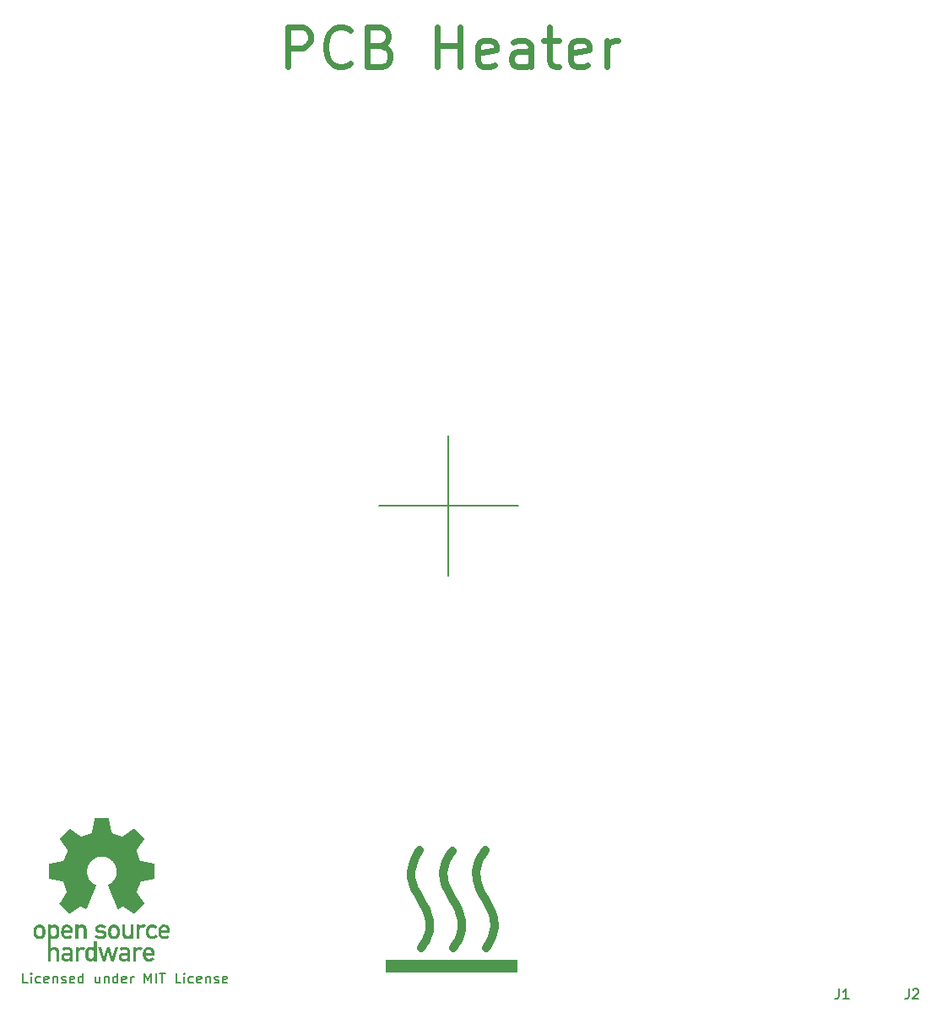
<source format=gbr>
%TF.GenerationSoftware,KiCad,Pcbnew,7.0.10-7.0.10~ubuntu22.04.1*%
%TF.CreationDate,2024-01-25T12:42:20+01:00*%
%TF.ProjectId,heater,68656174-6572-42e6-9b69-6361645f7063,rev?*%
%TF.SameCoordinates,Original*%
%TF.FileFunction,Legend,Top*%
%TF.FilePolarity,Positive*%
%FSLAX46Y46*%
G04 Gerber Fmt 4.6, Leading zero omitted, Abs format (unit mm)*
G04 Created by KiCad (PCBNEW 7.0.10-7.0.10~ubuntu22.04.1) date 2024-01-25 12:42:20*
%MOMM*%
%LPD*%
G01*
G04 APERTURE LIST*
%ADD10C,0.846666*%
%ADD11C,0.000000*%
%ADD12C,0.150000*%
%ADD13C,0.600000*%
G04 APERTURE END LIST*
D10*
X132592062Y-141911244D02*
X132566671Y-141611174D01*
X124274969Y-137297986D02*
X124250000Y-137000000D01*
X129341305Y-142201481D02*
X129343862Y-141893231D01*
X126026984Y-141325122D02*
X125948504Y-141042987D01*
X131970837Y-139961014D02*
X131683980Y-139441359D01*
X132359138Y-143224092D02*
X132474267Y-142876758D01*
X131413168Y-134935047D02*
X131674521Y-134542731D01*
X127612048Y-136052084D02*
X127730310Y-135707710D01*
X131139307Y-138393956D02*
X131028805Y-138123895D01*
D11*
G36*
X89760444Y-142000402D02*
G01*
X89789537Y-142002432D01*
X89818299Y-142005792D01*
X89846687Y-142010465D01*
X89874659Y-142016433D01*
X89902173Y-142023679D01*
X89929187Y-142032183D01*
X89955659Y-142041928D01*
X89981546Y-142052897D01*
X90006806Y-142065070D01*
X90031397Y-142078431D01*
X90055277Y-142092960D01*
X90078403Y-142108641D01*
X90100734Y-142125455D01*
X90122227Y-142143384D01*
X90142840Y-142162411D01*
X90162531Y-142182517D01*
X90181257Y-142203683D01*
X90198976Y-142225894D01*
X90215647Y-142249129D01*
X90231226Y-142273372D01*
X90245672Y-142298604D01*
X90258943Y-142324808D01*
X90270996Y-142351965D01*
X90281789Y-142380057D01*
X90291280Y-142409067D01*
X90299426Y-142438976D01*
X90306186Y-142469767D01*
X90311518Y-142501421D01*
X90315378Y-142533921D01*
X90317725Y-142567248D01*
X90318517Y-142601385D01*
X90318517Y-142837524D01*
X89430231Y-142837524D01*
X89430648Y-142859064D01*
X89431889Y-142879928D01*
X89433937Y-142900116D01*
X89436775Y-142919627D01*
X89440388Y-142938460D01*
X89444758Y-142956616D01*
X89449869Y-142974093D01*
X89455705Y-142990891D01*
X89462250Y-143007010D01*
X89469486Y-143022448D01*
X89477398Y-143037206D01*
X89485969Y-143051284D01*
X89495182Y-143064679D01*
X89505022Y-143077392D01*
X89515471Y-143089423D01*
X89526513Y-143100771D01*
X89538132Y-143111435D01*
X89550311Y-143121414D01*
X89563034Y-143130709D01*
X89576284Y-143139319D01*
X89590045Y-143147243D01*
X89604301Y-143154481D01*
X89619035Y-143161032D01*
X89634230Y-143166895D01*
X89649870Y-143172071D01*
X89665939Y-143176558D01*
X89682420Y-143180357D01*
X89699297Y-143183466D01*
X89716553Y-143185884D01*
X89734172Y-143187613D01*
X89752137Y-143188650D01*
X89770432Y-143188996D01*
X89791074Y-143188406D01*
X89811851Y-143186650D01*
X89832701Y-143183749D01*
X89853564Y-143179722D01*
X89874377Y-143174592D01*
X89895078Y-143168377D01*
X89915606Y-143161101D01*
X89935899Y-143152782D01*
X89955896Y-143143442D01*
X89975534Y-143133101D01*
X89994751Y-143121780D01*
X90013487Y-143109500D01*
X90031679Y-143096282D01*
X90049266Y-143082145D01*
X90066185Y-143067112D01*
X90082376Y-143051202D01*
X90290418Y-143228208D01*
X90263576Y-143257665D01*
X90235796Y-143284922D01*
X90207129Y-143310022D01*
X90177623Y-143333006D01*
X90147328Y-143353914D01*
X90116292Y-143372788D01*
X90084564Y-143389670D01*
X90052194Y-143404599D01*
X90019230Y-143417618D01*
X89985722Y-143428768D01*
X89951718Y-143438089D01*
X89917269Y-143445624D01*
X89882422Y-143451412D01*
X89847227Y-143455496D01*
X89811733Y-143457916D01*
X89775988Y-143458713D01*
X89720710Y-143456991D01*
X89664879Y-143451528D01*
X89609066Y-143441879D01*
X89553837Y-143427602D01*
X89499760Y-143408251D01*
X89473332Y-143396534D01*
X89447405Y-143383382D01*
X89422051Y-143368739D01*
X89397340Y-143352550D01*
X89373343Y-143334760D01*
X89350132Y-143315313D01*
X89327777Y-143294153D01*
X89306350Y-143271224D01*
X89285921Y-143246472D01*
X89266562Y-143219841D01*
X89248343Y-143191274D01*
X89231336Y-143160718D01*
X89215611Y-143128115D01*
X89201241Y-143093411D01*
X89188294Y-143056551D01*
X89176844Y-143017477D01*
X89166960Y-142976136D01*
X89158714Y-142932471D01*
X89152177Y-142886427D01*
X89147420Y-142837948D01*
X89144513Y-142786979D01*
X89143529Y-142733464D01*
X89144432Y-142682642D01*
X89147099Y-142633974D01*
X89150149Y-142601465D01*
X89430231Y-142601465D01*
X90031814Y-142601465D01*
X90030690Y-142581455D01*
X90028903Y-142562042D01*
X90026467Y-142543228D01*
X90023394Y-142525016D01*
X90019697Y-142507409D01*
X90015389Y-142490409D01*
X90010483Y-142474018D01*
X90004992Y-142458239D01*
X89998928Y-142443075D01*
X89992305Y-142428527D01*
X89985135Y-142414599D01*
X89977431Y-142401294D01*
X89969206Y-142388612D01*
X89960473Y-142376558D01*
X89951245Y-142365134D01*
X89941535Y-142354341D01*
X89931355Y-142344183D01*
X89920719Y-142334662D01*
X89909638Y-142325781D01*
X89898127Y-142317542D01*
X89886198Y-142309948D01*
X89873863Y-142303001D01*
X89861136Y-142296703D01*
X89848030Y-142291058D01*
X89834557Y-142286068D01*
X89820731Y-142281734D01*
X89806563Y-142278061D01*
X89792067Y-142275050D01*
X89777257Y-142272703D01*
X89762144Y-142271024D01*
X89746741Y-142270015D01*
X89731062Y-142269678D01*
X89715375Y-142270015D01*
X89699950Y-142271024D01*
X89684800Y-142272703D01*
X89669940Y-142275050D01*
X89655385Y-142278061D01*
X89641149Y-142281734D01*
X89627246Y-142286067D01*
X89613692Y-142291058D01*
X89600499Y-142296703D01*
X89587683Y-142303000D01*
X89575259Y-142309948D01*
X89563240Y-142317542D01*
X89551641Y-142325781D01*
X89540476Y-142334662D01*
X89529761Y-142344183D01*
X89519508Y-142354341D01*
X89509733Y-142365133D01*
X89500450Y-142376558D01*
X89491674Y-142388612D01*
X89483418Y-142401293D01*
X89475698Y-142414599D01*
X89468528Y-142428527D01*
X89461922Y-142443074D01*
X89455894Y-142458239D01*
X89450459Y-142474017D01*
X89445632Y-142490408D01*
X89441426Y-142507409D01*
X89437857Y-142525016D01*
X89434939Y-142543228D01*
X89432685Y-142562042D01*
X89431111Y-142581455D01*
X89430231Y-142601465D01*
X89150149Y-142601465D01*
X89151467Y-142587425D01*
X89157471Y-142542958D01*
X89165047Y-142500540D01*
X89174133Y-142460134D01*
X89184664Y-142421705D01*
X89196576Y-142385217D01*
X89209806Y-142350635D01*
X89224289Y-142317923D01*
X89239963Y-142287047D01*
X89256763Y-142257970D01*
X89274625Y-142230657D01*
X89293486Y-142205073D01*
X89313282Y-142181182D01*
X89333949Y-142158948D01*
X89355424Y-142138337D01*
X89377642Y-142119313D01*
X89400540Y-142101840D01*
X89424054Y-142085882D01*
X89448121Y-142071405D01*
X89472675Y-142058373D01*
X89497655Y-142046751D01*
X89522996Y-142036502D01*
X89548633Y-142027592D01*
X89574505Y-142019985D01*
X89600546Y-142013646D01*
X89626692Y-142008539D01*
X89679048Y-142001879D01*
X89731062Y-141999722D01*
X89760444Y-142000402D01*
G37*
D10*
X128102898Y-134973491D02*
X128364002Y-134581360D01*
D11*
G36*
X89769358Y-144252369D02*
G01*
X89831165Y-144256718D01*
X89890015Y-144264172D01*
X89918271Y-144269117D01*
X89945716Y-144274901D01*
X89972324Y-144281545D01*
X89998073Y-144289072D01*
X90022937Y-144297501D01*
X90046892Y-144306854D01*
X90069915Y-144317152D01*
X90091981Y-144328416D01*
X90113066Y-144340667D01*
X90133146Y-144353926D01*
X90152196Y-144368215D01*
X90170193Y-144383554D01*
X90187112Y-144399964D01*
X90202928Y-144417466D01*
X90217619Y-144436083D01*
X90231159Y-144455833D01*
X90243524Y-144476740D01*
X90254690Y-144498823D01*
X90264634Y-144522104D01*
X90273330Y-144546604D01*
X90280754Y-144572344D01*
X90286883Y-144599345D01*
X90291692Y-144627628D01*
X90295157Y-144657214D01*
X90297254Y-144688125D01*
X90297958Y-144720381D01*
X90297958Y-145693042D01*
X90011177Y-145693042D01*
X90011177Y-145566518D01*
X90005541Y-145566518D01*
X89994007Y-145584362D01*
X89981467Y-145600963D01*
X89967837Y-145616334D01*
X89953036Y-145630486D01*
X89936982Y-145643434D01*
X89919592Y-145655189D01*
X89900784Y-145665765D01*
X89880476Y-145675173D01*
X89858586Y-145683427D01*
X89835032Y-145690540D01*
X89809730Y-145696523D01*
X89782600Y-145701390D01*
X89753559Y-145705154D01*
X89722525Y-145707826D01*
X89689415Y-145709420D01*
X89654148Y-145709949D01*
X89624756Y-145709401D01*
X89596149Y-145707773D01*
X89568335Y-145705089D01*
X89541325Y-145701372D01*
X89515129Y-145696647D01*
X89489755Y-145690936D01*
X89465215Y-145684263D01*
X89441517Y-145676653D01*
X89418672Y-145668128D01*
X89396689Y-145658712D01*
X89375579Y-145648430D01*
X89355350Y-145637305D01*
X89336012Y-145625360D01*
X89317576Y-145612619D01*
X89300051Y-145599106D01*
X89283447Y-145584844D01*
X89267774Y-145569858D01*
X89253040Y-145554171D01*
X89239258Y-145537806D01*
X89226435Y-145520787D01*
X89214581Y-145503138D01*
X89203708Y-145484882D01*
X89193823Y-145466044D01*
X89184938Y-145446647D01*
X89177061Y-145426714D01*
X89170203Y-145406269D01*
X89164373Y-145385337D01*
X89159581Y-145363940D01*
X89155837Y-145342102D01*
X89153151Y-145319847D01*
X89151532Y-145297199D01*
X89150990Y-145274181D01*
X89151295Y-145260130D01*
X89420786Y-145260130D01*
X89421686Y-145277886D01*
X89424428Y-145295274D01*
X89429074Y-145312187D01*
X89435686Y-145328518D01*
X89439748Y-145336431D01*
X89444324Y-145344159D01*
X89449422Y-145351687D01*
X89455050Y-145359003D01*
X89461216Y-145366092D01*
X89467927Y-145372942D01*
X89475191Y-145379539D01*
X89483016Y-145385870D01*
X89491408Y-145391921D01*
X89500377Y-145397679D01*
X89509930Y-145403130D01*
X89520074Y-145408262D01*
X89530817Y-145413060D01*
X89542167Y-145417511D01*
X89554132Y-145421601D01*
X89566719Y-145425319D01*
X89593790Y-145431578D01*
X89623443Y-145436182D01*
X89655739Y-145439023D01*
X89690740Y-145439994D01*
X89733711Y-145439657D01*
X89773105Y-145438476D01*
X89809031Y-145436200D01*
X89841602Y-145432579D01*
X89856664Y-145430185D01*
X89870929Y-145427360D01*
X89884410Y-145424072D01*
X89897122Y-145420291D01*
X89909078Y-145415985D01*
X89920293Y-145411123D01*
X89930780Y-145405672D01*
X89940553Y-145399602D01*
X89949626Y-145392881D01*
X89958013Y-145385477D01*
X89965728Y-145377360D01*
X89972785Y-145368498D01*
X89979197Y-145358859D01*
X89984979Y-145348412D01*
X89990144Y-145337125D01*
X89994707Y-145324968D01*
X89998680Y-145311908D01*
X90002079Y-145297914D01*
X90004917Y-145282955D01*
X90007207Y-145266999D01*
X90008965Y-145250016D01*
X90010203Y-145231972D01*
X90010936Y-145212838D01*
X90011177Y-145192581D01*
X90011177Y-145088521D01*
X89668277Y-145088521D01*
X89652720Y-145088718D01*
X89637688Y-145089305D01*
X89623179Y-145090277D01*
X89609192Y-145091627D01*
X89595724Y-145093350D01*
X89582773Y-145095441D01*
X89570337Y-145097893D01*
X89558414Y-145100701D01*
X89547002Y-145103860D01*
X89536099Y-145107363D01*
X89525702Y-145111206D01*
X89515811Y-145115381D01*
X89506422Y-145119884D01*
X89497533Y-145124709D01*
X89489143Y-145129851D01*
X89481249Y-145135303D01*
X89473850Y-145141059D01*
X89466943Y-145147115D01*
X89460527Y-145153465D01*
X89454598Y-145160102D01*
X89449156Y-145167021D01*
X89444198Y-145174217D01*
X89439722Y-145181683D01*
X89435725Y-145189415D01*
X89432207Y-145197406D01*
X89429164Y-145205651D01*
X89426596Y-145214144D01*
X89424499Y-145222879D01*
X89422871Y-145231851D01*
X89421711Y-145241054D01*
X89421017Y-145250482D01*
X89420786Y-145260130D01*
X89151295Y-145260130D01*
X89151451Y-145252942D01*
X89152832Y-145231929D01*
X89155133Y-145211172D01*
X89158352Y-145190700D01*
X89162486Y-145170542D01*
X89167535Y-145150728D01*
X89173497Y-145131287D01*
X89180371Y-145112248D01*
X89188155Y-145093641D01*
X89196847Y-145075495D01*
X89206446Y-145057840D01*
X89216950Y-145040705D01*
X89228358Y-145024119D01*
X89240668Y-145008113D01*
X89253879Y-144992714D01*
X89267989Y-144977953D01*
X89282996Y-144963858D01*
X89298900Y-144950460D01*
X89315698Y-144937788D01*
X89333390Y-144925871D01*
X89351972Y-144914738D01*
X89371445Y-144904420D01*
X89391806Y-144894944D01*
X89413054Y-144886341D01*
X89435187Y-144878640D01*
X89458204Y-144871871D01*
X89482103Y-144866062D01*
X89506883Y-144861244D01*
X89532542Y-144857445D01*
X89559078Y-144854695D01*
X89586491Y-144853024D01*
X89614778Y-144852460D01*
X90011177Y-144852460D01*
X90011177Y-144703474D01*
X90010148Y-144679198D01*
X90008853Y-144667805D01*
X90007031Y-144656901D01*
X90004676Y-144646477D01*
X90001781Y-144636527D01*
X89998342Y-144627043D01*
X89994353Y-144618019D01*
X89989808Y-144609447D01*
X89984701Y-144601319D01*
X89979027Y-144593630D01*
X89972781Y-144586372D01*
X89965955Y-144579537D01*
X89958546Y-144573118D01*
X89950547Y-144567109D01*
X89941952Y-144561502D01*
X89932756Y-144556291D01*
X89922953Y-144551467D01*
X89901505Y-144542955D01*
X89877562Y-144535909D01*
X89851079Y-144530272D01*
X89822010Y-144525987D01*
X89790310Y-144522997D01*
X89755935Y-144521245D01*
X89718839Y-144520673D01*
X89691811Y-144521011D01*
X89666541Y-144522047D01*
X89642942Y-144523818D01*
X89620927Y-144526362D01*
X89610487Y-144527935D01*
X89600411Y-144529715D01*
X89590688Y-144531706D01*
X89581307Y-144533913D01*
X89572258Y-144536341D01*
X89563530Y-144538993D01*
X89555111Y-144541875D01*
X89546992Y-144544992D01*
X89539161Y-144548347D01*
X89531607Y-144551946D01*
X89524320Y-144555793D01*
X89517290Y-144559892D01*
X89510504Y-144564248D01*
X89503953Y-144568867D01*
X89497626Y-144573751D01*
X89491511Y-144578906D01*
X89485599Y-144584337D01*
X89479877Y-144590048D01*
X89474337Y-144596043D01*
X89468966Y-144602328D01*
X89463754Y-144608906D01*
X89458690Y-144615783D01*
X89453763Y-144622962D01*
X89448964Y-144630450D01*
X89224094Y-144458999D01*
X89245209Y-144431626D01*
X89267457Y-144406441D01*
X89290849Y-144383385D01*
X89315399Y-144362399D01*
X89341118Y-144343427D01*
X89368020Y-144326410D01*
X89396116Y-144311289D01*
X89425419Y-144298006D01*
X89455941Y-144286504D01*
X89487696Y-144276724D01*
X89520695Y-144268609D01*
X89554950Y-144262099D01*
X89590475Y-144257137D01*
X89627281Y-144253665D01*
X89665382Y-144251624D01*
X89704789Y-144250957D01*
X89769358Y-144252369D01*
G37*
D10*
X132231505Y-140489903D02*
X131970837Y-139961014D01*
X132474267Y-142876758D02*
X132549222Y-142542918D01*
D11*
G36*
X97059455Y-144251446D02*
G01*
X97080382Y-144252899D01*
X97100884Y-144255291D01*
X97120977Y-144258596D01*
X97140677Y-144262791D01*
X97160000Y-144267850D01*
X97178963Y-144273750D01*
X97197580Y-144280464D01*
X97215870Y-144287969D01*
X97233847Y-144296240D01*
X97251528Y-144305253D01*
X97268930Y-144314982D01*
X97286067Y-144325404D01*
X97302958Y-144336493D01*
X97319616Y-144348224D01*
X97336060Y-144360574D01*
X97128018Y-144607986D01*
X97115588Y-144598837D01*
X97103555Y-144590398D01*
X97091853Y-144582654D01*
X97080415Y-144575588D01*
X97069175Y-144569182D01*
X97058067Y-144563420D01*
X97047025Y-144558286D01*
X97035982Y-144553763D01*
X97024872Y-144549835D01*
X97013629Y-144546484D01*
X97002187Y-144543694D01*
X96990478Y-144541449D01*
X96978438Y-144539732D01*
X96965999Y-144538526D01*
X96953095Y-144537814D01*
X96939661Y-144537581D01*
X96913357Y-144538643D01*
X96887321Y-144541858D01*
X96861749Y-144547265D01*
X96836841Y-144554906D01*
X96824696Y-144559576D01*
X96812791Y-144564820D01*
X96801151Y-144570642D01*
X96789799Y-144577048D01*
X96778760Y-144584043D01*
X96768060Y-144591632D01*
X96757722Y-144599820D01*
X96747772Y-144608611D01*
X96738234Y-144618012D01*
X96729133Y-144628027D01*
X96720493Y-144638660D01*
X96712339Y-144649919D01*
X96704695Y-144661806D01*
X96697587Y-144674328D01*
X96691039Y-144687489D01*
X96685076Y-144701295D01*
X96679722Y-144715750D01*
X96675002Y-144730861D01*
X96670940Y-144746631D01*
X96667561Y-144763065D01*
X96664891Y-144780170D01*
X96662953Y-144797950D01*
X96661772Y-144816409D01*
X96661373Y-144835554D01*
X96661373Y-145693042D01*
X96374750Y-145693042D01*
X96374750Y-144267863D01*
X96661373Y-144267863D01*
X96661373Y-144419629D01*
X96667088Y-144419629D01*
X96684407Y-144399212D01*
X96702624Y-144380112D01*
X96721715Y-144362326D01*
X96741654Y-144345857D01*
X96762417Y-144330704D01*
X96783978Y-144316868D01*
X96806314Y-144304348D01*
X96829399Y-144293145D01*
X96853209Y-144283259D01*
X96877719Y-144274690D01*
X96902903Y-144267439D01*
X96928738Y-144261506D01*
X96955199Y-144256891D01*
X96982260Y-144253594D01*
X97009897Y-144251616D01*
X97038086Y-144250957D01*
X97059455Y-144251446D01*
G37*
D10*
X130862138Y-137566089D02*
X130812699Y-137276108D01*
X132587366Y-142221453D02*
X132592062Y-141911244D01*
X131683980Y-139441359D02*
X131397836Y-138921989D01*
D11*
G36*
X93902234Y-131343626D02*
G01*
X93905256Y-131343850D01*
X93908263Y-131344220D01*
X93911250Y-131344731D01*
X93914214Y-131345380D01*
X93917149Y-131346162D01*
X93920051Y-131347076D01*
X93922915Y-131348115D01*
X93925738Y-131349278D01*
X93928515Y-131350560D01*
X93931240Y-131351957D01*
X93933911Y-131353466D01*
X93936521Y-131355083D01*
X93939068Y-131356805D01*
X93941545Y-131358627D01*
X93943950Y-131360546D01*
X93946277Y-131362559D01*
X93948521Y-131364661D01*
X93950679Y-131366848D01*
X93952746Y-131369118D01*
X93954718Y-131371467D01*
X93956589Y-131373890D01*
X93958356Y-131376384D01*
X93960013Y-131378945D01*
X93961558Y-131381570D01*
X93962984Y-131384255D01*
X93964288Y-131386996D01*
X93965465Y-131389789D01*
X93966510Y-131392632D01*
X93967420Y-131395519D01*
X93968190Y-131398448D01*
X93968814Y-131401414D01*
X94220037Y-132751028D01*
X94220671Y-132754018D01*
X94221442Y-132757019D01*
X94223373Y-132763030D01*
X94225797Y-132769023D01*
X94228680Y-132774958D01*
X94231987Y-132780795D01*
X94235684Y-132786496D01*
X94239739Y-132792022D01*
X94244117Y-132797333D01*
X94248784Y-132802390D01*
X94253706Y-132807153D01*
X94258851Y-132811585D01*
X94264183Y-132815645D01*
X94269669Y-132819294D01*
X94275275Y-132822494D01*
X94278112Y-132823912D01*
X94280967Y-132825204D01*
X94283835Y-132826364D01*
X94286712Y-132827386D01*
X95191269Y-133197670D01*
X95196888Y-133200144D01*
X95202848Y-133202211D01*
X95209095Y-133203873D01*
X95215578Y-133205135D01*
X95222244Y-133206001D01*
X95229039Y-133206473D01*
X95235913Y-133206556D01*
X95242812Y-133206253D01*
X95249685Y-133205568D01*
X95256477Y-133204504D01*
X95263138Y-133203064D01*
X95269615Y-133201254D01*
X95275855Y-133199075D01*
X95281806Y-133196532D01*
X95287415Y-133193629D01*
X95292630Y-133190368D01*
X96420152Y-132416621D01*
X96422692Y-132414966D01*
X96425307Y-132413441D01*
X96427991Y-132412043D01*
X96430739Y-132410773D01*
X96433545Y-132409631D01*
X96436404Y-132408615D01*
X96439309Y-132407726D01*
X96442254Y-132406962D01*
X96445235Y-132406323D01*
X96448245Y-132405808D01*
X96454329Y-132405151D01*
X96460462Y-132404987D01*
X96466596Y-132405310D01*
X96472688Y-132406116D01*
X96478689Y-132407402D01*
X96484555Y-132409164D01*
X96487423Y-132410222D01*
X96490239Y-132411397D01*
X96492999Y-132412688D01*
X96495696Y-132414096D01*
X96498325Y-132415620D01*
X96500880Y-132417259D01*
X96503355Y-132419012D01*
X96505744Y-132420880D01*
X96508042Y-132422861D01*
X96510243Y-132424955D01*
X97459806Y-133374518D01*
X97461900Y-133376719D01*
X97463880Y-133379018D01*
X97465745Y-133381408D01*
X97467496Y-133383885D01*
X97469132Y-133386441D01*
X97470651Y-133389072D01*
X97473342Y-133394534D01*
X97475565Y-133400224D01*
X97477317Y-133406097D01*
X97478594Y-133412106D01*
X97479392Y-133418204D01*
X97479709Y-133424346D01*
X97479540Y-133430486D01*
X97478882Y-133436577D01*
X97477732Y-133442573D01*
X97476087Y-133448429D01*
X97475077Y-133451289D01*
X97473942Y-133454097D01*
X97472681Y-133456847D01*
X97471294Y-133459532D01*
X97469780Y-133462148D01*
X97468140Y-133464688D01*
X96707886Y-134572763D01*
X96704616Y-134578001D01*
X96701714Y-134583619D01*
X96699183Y-134589567D01*
X96697026Y-134595793D01*
X96695248Y-134602247D01*
X96693850Y-134608877D01*
X96692836Y-134615632D01*
X96692209Y-134622462D01*
X96691973Y-134629315D01*
X96692132Y-134636140D01*
X96692687Y-134642886D01*
X96693643Y-134649502D01*
X96695002Y-134655938D01*
X96696769Y-134662142D01*
X96698945Y-134668062D01*
X96701536Y-134673649D01*
X97101507Y-135606781D01*
X97103791Y-135612511D01*
X97106600Y-135618188D01*
X97109893Y-135623779D01*
X97113630Y-135629250D01*
X97117773Y-135634567D01*
X97122281Y-135639697D01*
X97127115Y-135644604D01*
X97132236Y-135649257D01*
X97137602Y-135653620D01*
X97143176Y-135657659D01*
X97148916Y-135661342D01*
X97154785Y-135664634D01*
X97160741Y-135667502D01*
X97166745Y-135669911D01*
X97172758Y-135671827D01*
X97178739Y-135673218D01*
X98483584Y-135915867D01*
X98486544Y-135916506D01*
X98489466Y-135917288D01*
X98492346Y-135918210D01*
X98495183Y-135919266D01*
X98497971Y-135920452D01*
X98500706Y-135921764D01*
X98503386Y-135923198D01*
X98506006Y-135924749D01*
X98511053Y-135928184D01*
X98515816Y-135932034D01*
X98520266Y-135936265D01*
X98524373Y-135940841D01*
X98528107Y-135945726D01*
X98531438Y-135950886D01*
X98534336Y-135956285D01*
X98535614Y-135959063D01*
X98536772Y-135961888D01*
X98537807Y-135964756D01*
X98538715Y-135967660D01*
X98539492Y-135970599D01*
X98540136Y-135973566D01*
X98540641Y-135976558D01*
X98541004Y-135979570D01*
X98541222Y-135982598D01*
X98541290Y-135985637D01*
X98541131Y-137328583D01*
X98541055Y-137331616D01*
X98540830Y-137334639D01*
X98540459Y-137337648D01*
X98539947Y-137340638D01*
X98539297Y-137343605D01*
X98538512Y-137346544D01*
X98537597Y-137349450D01*
X98536555Y-137352320D01*
X98535390Y-137355148D01*
X98534105Y-137357930D01*
X98532706Y-137360661D01*
X98531194Y-137363338D01*
X98529575Y-137365954D01*
X98527851Y-137368506D01*
X98526026Y-137370990D01*
X98524105Y-137373400D01*
X98522091Y-137375732D01*
X98519988Y-137377982D01*
X98517799Y-137380145D01*
X98515528Y-137382216D01*
X98513180Y-137384191D01*
X98510757Y-137386066D01*
X98508263Y-137387835D01*
X98505703Y-137389494D01*
X98503080Y-137391040D01*
X98500397Y-137392466D01*
X98497659Y-137393769D01*
X98494869Y-137394944D01*
X98492032Y-137395987D01*
X98489149Y-137396892D01*
X98486227Y-137397656D01*
X98483267Y-137398274D01*
X97210489Y-137635129D01*
X97207492Y-137635743D01*
X97204490Y-137636496D01*
X97201485Y-137637384D01*
X97198484Y-137638402D01*
X97192510Y-137640810D01*
X97186605Y-137643687D01*
X97180808Y-137646997D01*
X97175156Y-137650706D01*
X97169687Y-137654779D01*
X97164441Y-137659180D01*
X97159453Y-137663875D01*
X97154763Y-137668830D01*
X97150409Y-137674008D01*
X97146429Y-137679376D01*
X97142860Y-137684898D01*
X97139740Y-137690540D01*
X97137108Y-137696266D01*
X97135987Y-137699150D01*
X97135002Y-137702042D01*
X96737652Y-138694626D01*
X96735194Y-138700272D01*
X96733144Y-138706251D01*
X96731500Y-138712512D01*
X96730256Y-138719003D01*
X96729409Y-138725672D01*
X96728955Y-138732467D01*
X96728889Y-138739337D01*
X96729208Y-138746230D01*
X96729907Y-138753094D01*
X96730983Y-138759877D01*
X96732431Y-138766529D01*
X96734247Y-138772996D01*
X96736427Y-138779227D01*
X96738968Y-138785171D01*
X96741864Y-138790775D01*
X96745112Y-138795988D01*
X97468139Y-139849533D01*
X97469793Y-139852073D01*
X97471319Y-139854690D01*
X97472716Y-139857376D01*
X97473986Y-139860127D01*
X97475128Y-139862937D01*
X97476144Y-139865800D01*
X97477034Y-139868709D01*
X97477798Y-139871660D01*
X97478437Y-139874646D01*
X97478951Y-139877662D01*
X97479608Y-139883760D01*
X97479773Y-139889907D01*
X97479450Y-139896057D01*
X97478643Y-139902162D01*
X97477357Y-139908178D01*
X97475596Y-139914057D01*
X97474538Y-139916931D01*
X97473363Y-139919754D01*
X97472071Y-139922519D01*
X97470663Y-139925221D01*
X97469140Y-139927854D01*
X97467501Y-139930412D01*
X97465748Y-139932890D01*
X97463880Y-139935282D01*
X97461899Y-139937581D01*
X97459805Y-139939782D01*
X96510083Y-140889345D01*
X96507896Y-140891425D01*
X96505610Y-140893393D01*
X96503231Y-140895248D01*
X96500765Y-140896989D01*
X96498218Y-140898618D01*
X96495595Y-140900131D01*
X96490146Y-140902814D01*
X96484465Y-140905034D01*
X96478599Y-140906786D01*
X96472593Y-140908067D01*
X96466496Y-140908872D01*
X96460353Y-140909196D01*
X96454211Y-140909037D01*
X96448117Y-140908390D01*
X96442117Y-140907249D01*
X96436258Y-140905612D01*
X96433396Y-140904606D01*
X96430586Y-140903475D01*
X96427836Y-140902217D01*
X96425149Y-140900832D01*
X96422533Y-140899320D01*
X96419993Y-140897680D01*
X95385022Y-140187353D01*
X95379819Y-140184114D01*
X95374247Y-140181275D01*
X95368356Y-140178835D01*
X95362196Y-140176796D01*
X95355819Y-140175159D01*
X95349275Y-140173925D01*
X95342615Y-140173095D01*
X95335889Y-140172669D01*
X95329148Y-140172648D01*
X95322443Y-140173035D01*
X95315824Y-140173828D01*
X95309343Y-140175030D01*
X95303049Y-140176642D01*
X95296994Y-140178663D01*
X95291229Y-140181096D01*
X95285803Y-140183940D01*
X94829397Y-140427621D01*
X94826668Y-140428919D01*
X94823916Y-140430060D01*
X94821146Y-140431045D01*
X94818363Y-140431878D01*
X94815572Y-140432558D01*
X94812777Y-140433089D01*
X94809983Y-140433472D01*
X94807195Y-140433708D01*
X94804418Y-140433800D01*
X94801656Y-140433749D01*
X94798914Y-140433556D01*
X94796196Y-140433225D01*
X94793509Y-140432755D01*
X94790856Y-140432150D01*
X94788241Y-140431410D01*
X94785671Y-140430538D01*
X94783149Y-140429536D01*
X94780681Y-140428404D01*
X94778271Y-140427145D01*
X94775923Y-140425761D01*
X94773644Y-140424253D01*
X94771436Y-140422623D01*
X94769306Y-140420873D01*
X94767257Y-140419004D01*
X94765296Y-140417019D01*
X94763425Y-140414919D01*
X94761651Y-140412705D01*
X94759977Y-140410380D01*
X94758410Y-140407945D01*
X94756952Y-140405402D01*
X94755610Y-140402753D01*
X94754388Y-140399999D01*
X93813397Y-138126064D01*
X93812308Y-138123235D01*
X93811364Y-138120364D01*
X93810563Y-138117454D01*
X93809902Y-138114513D01*
X93809380Y-138111545D01*
X93808994Y-138108555D01*
X93808744Y-138105550D01*
X93808627Y-138102534D01*
X93808641Y-138099513D01*
X93808785Y-138096493D01*
X93809056Y-138093477D01*
X93809453Y-138090474D01*
X93809975Y-138087486D01*
X93810619Y-138084521D01*
X93811383Y-138081582D01*
X93812265Y-138078677D01*
X93813265Y-138075810D01*
X93814379Y-138072986D01*
X93815606Y-138070211D01*
X93816945Y-138067491D01*
X93818393Y-138064830D01*
X93819949Y-138062234D01*
X93821610Y-138059710D01*
X93823375Y-138057261D01*
X93825243Y-138054893D01*
X93827210Y-138052612D01*
X93829276Y-138050424D01*
X93831439Y-138048333D01*
X93833697Y-138046345D01*
X93836047Y-138044465D01*
X93838488Y-138042700D01*
X93841019Y-138041053D01*
X93955240Y-137971124D01*
X93963461Y-137965889D01*
X93972238Y-137959913D01*
X93981406Y-137953326D01*
X93990800Y-137946260D01*
X94000252Y-137938844D01*
X94009599Y-137931208D01*
X94018674Y-137923484D01*
X94027312Y-137915800D01*
X94102924Y-137864045D01*
X94175085Y-137807852D01*
X94243599Y-137747416D01*
X94308268Y-137682933D01*
X94368895Y-137614600D01*
X94425283Y-137542611D01*
X94477236Y-137467163D01*
X94524557Y-137388452D01*
X94567048Y-137306673D01*
X94604513Y-137222022D01*
X94636754Y-137134695D01*
X94663575Y-137044888D01*
X94684779Y-136952796D01*
X94700168Y-136858615D01*
X94709546Y-136762541D01*
X94712716Y-136664771D01*
X94710783Y-136588342D01*
X94705048Y-136512916D01*
X94695603Y-136438588D01*
X94682543Y-136365449D01*
X94665959Y-136293594D01*
X94645946Y-136223116D01*
X94622598Y-136154108D01*
X94596006Y-136086663D01*
X94566265Y-136020874D01*
X94533467Y-135956836D01*
X94497707Y-135894641D01*
X94459078Y-135834382D01*
X94417672Y-135776154D01*
X94373583Y-135720048D01*
X94326905Y-135666159D01*
X94277731Y-135614580D01*
X94226153Y-135565404D01*
X94172267Y-135518724D01*
X94116164Y-135474634D01*
X94057938Y-135433227D01*
X93997682Y-135394597D01*
X93935490Y-135358836D01*
X93871456Y-135326038D01*
X93805671Y-135296296D01*
X93738231Y-135269704D01*
X93669227Y-135246355D01*
X93598754Y-135226342D01*
X93526904Y-135209758D01*
X93453772Y-135196697D01*
X93379450Y-135187253D01*
X93304031Y-135181517D01*
X93227610Y-135179585D01*
X93151188Y-135181517D01*
X93075768Y-135187253D01*
X93001445Y-135196697D01*
X92928311Y-135209758D01*
X92856460Y-135226342D01*
X92785984Y-135246355D01*
X92716978Y-135269704D01*
X92649535Y-135296296D01*
X92583748Y-135326038D01*
X92519710Y-135358836D01*
X92457515Y-135394597D01*
X92397256Y-135433227D01*
X92339026Y-135474634D01*
X92282920Y-135518724D01*
X92229029Y-135565404D01*
X92177448Y-135614580D01*
X92128270Y-135666159D01*
X92081589Y-135720048D01*
X92037496Y-135776154D01*
X91996087Y-135834382D01*
X91957454Y-135894641D01*
X91921691Y-135956836D01*
X91888890Y-136020874D01*
X91859146Y-136086663D01*
X91832552Y-136154108D01*
X91809200Y-136223116D01*
X91789185Y-136293594D01*
X91772600Y-136365449D01*
X91759538Y-136438588D01*
X91750092Y-136512916D01*
X91744357Y-136588342D01*
X91742424Y-136664771D01*
X91743221Y-136713856D01*
X91745595Y-136762541D01*
X91749521Y-136810803D01*
X91754975Y-136858615D01*
X91761932Y-136905954D01*
X91770368Y-136952796D01*
X91780257Y-136999115D01*
X91791576Y-137044888D01*
X91804299Y-137090089D01*
X91818401Y-137134695D01*
X91833859Y-137178681D01*
X91850647Y-137222022D01*
X91868742Y-137264694D01*
X91888117Y-137306673D01*
X91930612Y-137388452D01*
X91977936Y-137467164D01*
X92029891Y-137542612D01*
X92086280Y-137614600D01*
X92146905Y-137682933D01*
X92211570Y-137747416D01*
X92280077Y-137807852D01*
X92352228Y-137864045D01*
X92427827Y-137915800D01*
X92436514Y-137923484D01*
X92445621Y-137931208D01*
X92454986Y-137938844D01*
X92464449Y-137946260D01*
X92473849Y-137953326D01*
X92483024Y-137959912D01*
X92491814Y-137965888D01*
X92500059Y-137971124D01*
X92614279Y-138041053D01*
X92616824Y-138042700D01*
X92619279Y-138044465D01*
X92621640Y-138046345D01*
X92623908Y-138048333D01*
X92626080Y-138050424D01*
X92628154Y-138052612D01*
X92632001Y-138057261D01*
X92635436Y-138062234D01*
X92638444Y-138067491D01*
X92641011Y-138072986D01*
X92643122Y-138078677D01*
X92644764Y-138084521D01*
X92645922Y-138090474D01*
X92646581Y-138096493D01*
X92646728Y-138102534D01*
X92646347Y-138108555D01*
X92645955Y-138111545D01*
X92645426Y-138114513D01*
X92644758Y-138117454D01*
X92643949Y-138120364D01*
X92642998Y-138123235D01*
X92641902Y-138126064D01*
X91700833Y-140399920D01*
X91699610Y-140402674D01*
X91698267Y-140405324D01*
X91696809Y-140407868D01*
X91695239Y-140410304D01*
X91693564Y-140412631D01*
X91691788Y-140414847D01*
X91689916Y-140416949D01*
X91687951Y-140418937D01*
X91685901Y-140420808D01*
X91683768Y-140422560D01*
X91681558Y-140424193D01*
X91679276Y-140425703D01*
X91676926Y-140427090D01*
X91674513Y-140428351D01*
X91672043Y-140429485D01*
X91669519Y-140430489D01*
X91666947Y-140431363D01*
X91664331Y-140432104D01*
X91661677Y-140432711D01*
X91658988Y-140433181D01*
X91656271Y-140433513D01*
X91653529Y-140433705D01*
X91650767Y-140433756D01*
X91647991Y-140433663D01*
X91645204Y-140433425D01*
X91642413Y-140433040D01*
X91639621Y-140432506D01*
X91636833Y-140431822D01*
X91634055Y-140430985D01*
X91631291Y-140429994D01*
X91628545Y-140428847D01*
X91625823Y-140427543D01*
X91169417Y-140183861D01*
X91164004Y-140181018D01*
X91158248Y-140178588D01*
X91152200Y-140176570D01*
X91145911Y-140174963D01*
X91139431Y-140173766D01*
X91132812Y-140172977D01*
X91126105Y-140172595D01*
X91119361Y-140172620D01*
X91112631Y-140173049D01*
X91105966Y-140173881D01*
X91099417Y-140175116D01*
X91093035Y-140176751D01*
X91086871Y-140178786D01*
X91080976Y-140181219D01*
X91075401Y-140184049D01*
X91070198Y-140187275D01*
X90035307Y-140897601D01*
X90032759Y-140899241D01*
X90030137Y-140900753D01*
X90027445Y-140902138D01*
X90024690Y-140903396D01*
X90021877Y-140904528D01*
X90019011Y-140905534D01*
X90016100Y-140906415D01*
X90013147Y-140907171D01*
X90010160Y-140907803D01*
X90007145Y-140908311D01*
X90001049Y-140908958D01*
X89994906Y-140909118D01*
X89988763Y-140908793D01*
X89982666Y-140907988D01*
X89976660Y-140906707D01*
X89970792Y-140904955D01*
X89967924Y-140903904D01*
X89965108Y-140902736D01*
X89962350Y-140901452D01*
X89959655Y-140900053D01*
X89957029Y-140898539D01*
X89954477Y-140896911D01*
X89952007Y-140895169D01*
X89949623Y-140893314D01*
X89947331Y-140891346D01*
X89945137Y-140889267D01*
X88995415Y-139939703D01*
X88993328Y-139937502D01*
X88991353Y-139935203D01*
X88989492Y-139932811D01*
X88987745Y-139930333D01*
X88986111Y-139927775D01*
X88984592Y-139925142D01*
X88981901Y-139919675D01*
X88979675Y-139913979D01*
X88977918Y-139908099D01*
X88976635Y-139902084D01*
X88975829Y-139895978D01*
X88975505Y-139889828D01*
X88975667Y-139883681D01*
X88976320Y-139877584D01*
X88977466Y-139871581D01*
X88979112Y-139865721D01*
X88980122Y-139862858D01*
X88981260Y-139860048D01*
X88982523Y-139857297D01*
X88983914Y-139854611D01*
X88985433Y-139851994D01*
X88987081Y-139849454D01*
X89710028Y-138795909D01*
X89713303Y-138790696D01*
X89716222Y-138785092D01*
X89718779Y-138779148D01*
X89720973Y-138772917D01*
X89722799Y-138766450D01*
X89724253Y-138759799D01*
X89725332Y-138753015D01*
X89726032Y-138746151D01*
X89726350Y-138739259D01*
X89726282Y-138732389D01*
X89725824Y-138725593D01*
X89724974Y-138718925D01*
X89723727Y-138712434D01*
X89722079Y-138706173D01*
X89720027Y-138700194D01*
X89717568Y-138694548D01*
X89320217Y-137701964D01*
X89319239Y-137699071D01*
X89318122Y-137696187D01*
X89315496Y-137690461D01*
X89312375Y-137684819D01*
X89308801Y-137679297D01*
X89304811Y-137673929D01*
X89300445Y-137668751D01*
X89295741Y-137663796D01*
X89290739Y-137659101D01*
X89285478Y-137654700D01*
X89279996Y-137650627D01*
X89274332Y-137646918D01*
X89268525Y-137643608D01*
X89262615Y-137640731D01*
X89256640Y-137638323D01*
X89250640Y-137636418D01*
X89247642Y-137635665D01*
X89244652Y-137635050D01*
X87971874Y-137398196D01*
X87968908Y-137397578D01*
X87965979Y-137396814D01*
X87963092Y-137395908D01*
X87960249Y-137394866D01*
X87957456Y-137393690D01*
X87954715Y-137392387D01*
X87952030Y-137390961D01*
X87949405Y-137389416D01*
X87946843Y-137387756D01*
X87944349Y-137385987D01*
X87939578Y-137382137D01*
X87935120Y-137377903D01*
X87931006Y-137373321D01*
X87927265Y-137368427D01*
X87923926Y-137363259D01*
X87921020Y-137357851D01*
X87918575Y-137352241D01*
X87917535Y-137349371D01*
X87916622Y-137346465D01*
X87915839Y-137343526D01*
X87915191Y-137340559D01*
X87914680Y-137337569D01*
X87914310Y-137334560D01*
X87914085Y-137331537D01*
X87914010Y-137328504D01*
X87913930Y-135985558D01*
X87914006Y-135982526D01*
X87914230Y-135979505D01*
X87914598Y-135976499D01*
X87915108Y-135973513D01*
X87915755Y-135970551D01*
X87916536Y-135967618D01*
X87917447Y-135964718D01*
X87918485Y-135961855D01*
X87919645Y-135959034D01*
X87920924Y-135956259D01*
X87922319Y-135953535D01*
X87923826Y-135950867D01*
X87925440Y-135948257D01*
X87927160Y-135945712D01*
X87928980Y-135943235D01*
X87930897Y-135940831D01*
X87932908Y-135938504D01*
X87935008Y-135936258D01*
X87937195Y-135934099D01*
X87939464Y-135932030D01*
X87941812Y-135930056D01*
X87944235Y-135928181D01*
X87946730Y-135926410D01*
X87949292Y-135924747D01*
X87951919Y-135923197D01*
X87954606Y-135921764D01*
X87957350Y-135920452D01*
X87960147Y-135919265D01*
X87962994Y-135918210D01*
X87965887Y-135917288D01*
X87968821Y-135916506D01*
X87971795Y-135915867D01*
X89276561Y-135673218D01*
X89279560Y-135672590D01*
X89282570Y-135671827D01*
X89288605Y-135669911D01*
X89294626Y-135667502D01*
X89300594Y-135664634D01*
X89306471Y-135661342D01*
X89312216Y-135657659D01*
X89317790Y-135653620D01*
X89323154Y-135649257D01*
X89328269Y-135644604D01*
X89333096Y-135639697D01*
X89337594Y-135634567D01*
X89341725Y-135629250D01*
X89345450Y-135623779D01*
X89348729Y-135618188D01*
X89351523Y-135612511D01*
X89352726Y-135609650D01*
X89353793Y-135606781D01*
X89753843Y-134673649D01*
X89756419Y-134668062D01*
X89758584Y-134662142D01*
X89760341Y-134655938D01*
X89761692Y-134649502D01*
X89762643Y-134642886D01*
X89763195Y-134636140D01*
X89763353Y-134629315D01*
X89763120Y-134622462D01*
X89762499Y-134615632D01*
X89761493Y-134608877D01*
X89760106Y-134602247D01*
X89758341Y-134595793D01*
X89756202Y-134589567D01*
X89753692Y-134583619D01*
X89750814Y-134578001D01*
X89747572Y-134572763D01*
X88987239Y-133464688D01*
X88985585Y-133462148D01*
X88984060Y-133459532D01*
X88982664Y-133456847D01*
X88981395Y-133454097D01*
X88980254Y-133451289D01*
X88979241Y-133448429D01*
X88978353Y-133445522D01*
X88977591Y-133442573D01*
X88976955Y-133439590D01*
X88976443Y-133436577D01*
X88975791Y-133430486D01*
X88975631Y-133424346D01*
X88975958Y-133418204D01*
X88976768Y-133412106D01*
X88978056Y-133406097D01*
X88979818Y-133400224D01*
X88980875Y-133397354D01*
X88982049Y-133394534D01*
X88983339Y-133391772D01*
X88984744Y-133389072D01*
X88986265Y-133386441D01*
X88987900Y-133383885D01*
X88989649Y-133381408D01*
X88991511Y-133379018D01*
X88993486Y-133376719D01*
X88995573Y-133374518D01*
X89945217Y-132424955D01*
X89947411Y-132422861D01*
X89949703Y-132420880D01*
X89952087Y-132419012D01*
X89954557Y-132417259D01*
X89957108Y-132415620D01*
X89959734Y-132414096D01*
X89965188Y-132411397D01*
X89970872Y-132409164D01*
X89976740Y-132407403D01*
X89982746Y-132406116D01*
X89988843Y-132405310D01*
X89994986Y-132404987D01*
X90001129Y-132405152D01*
X90007224Y-132405809D01*
X90013227Y-132406962D01*
X90019091Y-132408615D01*
X90021957Y-132409631D01*
X90024770Y-132410774D01*
X90027525Y-132412043D01*
X90030217Y-132413441D01*
X90032840Y-132414966D01*
X90035387Y-132416621D01*
X91162829Y-133190368D01*
X91168030Y-133193629D01*
X91173627Y-133196532D01*
X91179568Y-133199075D01*
X91185799Y-133201254D01*
X91192269Y-133203064D01*
X91198926Y-133204504D01*
X91205716Y-133205568D01*
X91212587Y-133206253D01*
X91219487Y-133206556D01*
X91226364Y-133206473D01*
X91233164Y-133206001D01*
X91239836Y-133205136D01*
X91246327Y-133203874D01*
X91252585Y-133202211D01*
X91258557Y-133200145D01*
X91264191Y-133197671D01*
X92168828Y-132827386D01*
X92174586Y-132825204D01*
X92180287Y-132822494D01*
X92185900Y-132819294D01*
X92191390Y-132815645D01*
X92196723Y-132811585D01*
X92201867Y-132807153D01*
X92206788Y-132802390D01*
X92211452Y-132797333D01*
X92215825Y-132792022D01*
X92219875Y-132786496D01*
X92223568Y-132780795D01*
X92226870Y-132774958D01*
X92229748Y-132769023D01*
X92232169Y-132763030D01*
X92234098Y-132757019D01*
X92235502Y-132751028D01*
X92486645Y-131401414D01*
X92487270Y-131398448D01*
X92488039Y-131395519D01*
X92488949Y-131392632D01*
X92489994Y-131389789D01*
X92491171Y-131386996D01*
X92492475Y-131384255D01*
X92493901Y-131381570D01*
X92495444Y-131378945D01*
X92497102Y-131376384D01*
X92498868Y-131373890D01*
X92502709Y-131369118D01*
X92506931Y-131364661D01*
X92511499Y-131360546D01*
X92516377Y-131356805D01*
X92521529Y-131353466D01*
X92526919Y-131350560D01*
X92529691Y-131349278D01*
X92532510Y-131348115D01*
X92535370Y-131347076D01*
X92538268Y-131346162D01*
X92541197Y-131345380D01*
X92544155Y-131344731D01*
X92547137Y-131344220D01*
X92550137Y-131343850D01*
X92553152Y-131343626D01*
X92556177Y-131343550D01*
X93899202Y-131343550D01*
X93902234Y-131343626D01*
G37*
D10*
X129316100Y-141595332D02*
X129261408Y-141306641D01*
D11*
G36*
X95531097Y-144252369D02*
G01*
X95592894Y-144256718D01*
X95651737Y-144264172D01*
X95679991Y-144269117D01*
X95707434Y-144274901D01*
X95734041Y-144281545D01*
X95759789Y-144289072D01*
X95784653Y-144297501D01*
X95808609Y-144306854D01*
X95831633Y-144317152D01*
X95853700Y-144328416D01*
X95874786Y-144340667D01*
X95894868Y-144353926D01*
X95913920Y-144368215D01*
X95931919Y-144383554D01*
X95948840Y-144399964D01*
X95964659Y-144417466D01*
X95979352Y-144436083D01*
X95992894Y-144455833D01*
X96005262Y-144476740D01*
X96016431Y-144498823D01*
X96026376Y-144522104D01*
X96035074Y-144546604D01*
X96042501Y-144572344D01*
X96048631Y-144599345D01*
X96053442Y-144627628D01*
X96056908Y-144657214D01*
X96059005Y-144688125D01*
X96059710Y-144720381D01*
X96059710Y-145693042D01*
X95772849Y-145693042D01*
X95772849Y-145566518D01*
X95767293Y-145566518D01*
X95755744Y-145584362D01*
X95743188Y-145600963D01*
X95729544Y-145616334D01*
X95714730Y-145630486D01*
X95698663Y-145643434D01*
X95681262Y-145655189D01*
X95662444Y-145665765D01*
X95642128Y-145675173D01*
X95620231Y-145683427D01*
X95596673Y-145690540D01*
X95571370Y-145696523D01*
X95544240Y-145701390D01*
X95515202Y-145705154D01*
X95484174Y-145707826D01*
X95451074Y-145709420D01*
X95415820Y-145709949D01*
X95386428Y-145709401D01*
X95357820Y-145707773D01*
X95330005Y-145705089D01*
X95302994Y-145701372D01*
X95276795Y-145696647D01*
X95251420Y-145690936D01*
X95226877Y-145684263D01*
X95203177Y-145676653D01*
X95180328Y-145668128D01*
X95158343Y-145658712D01*
X95137228Y-145648430D01*
X95116996Y-145637305D01*
X95097655Y-145625360D01*
X95079215Y-145612619D01*
X95061687Y-145599106D01*
X95045079Y-145584844D01*
X95029402Y-145569858D01*
X95014665Y-145554171D01*
X95000878Y-145537806D01*
X94988052Y-145520787D01*
X94976195Y-145503138D01*
X94965318Y-145484882D01*
X94955431Y-145466044D01*
X94946542Y-145446647D01*
X94938663Y-145426714D01*
X94931802Y-145406269D01*
X94925970Y-145385337D01*
X94921177Y-145363940D01*
X94917431Y-145342102D01*
X94914744Y-145319847D01*
X94913124Y-145297199D01*
X94912582Y-145274181D01*
X94912887Y-145260130D01*
X95182616Y-145260130D01*
X95183516Y-145277886D01*
X95186258Y-145295274D01*
X95190904Y-145312187D01*
X95197515Y-145328518D01*
X95201576Y-145336431D01*
X95206152Y-145344159D01*
X95211249Y-145351687D01*
X95216876Y-145359003D01*
X95223041Y-145366092D01*
X95229751Y-145372942D01*
X95237013Y-145379539D01*
X95244836Y-145385870D01*
X95253227Y-145391921D01*
X95262193Y-145397679D01*
X95271744Y-145403130D01*
X95281885Y-145408262D01*
X95292625Y-145413060D01*
X95303972Y-145417511D01*
X95315933Y-145421601D01*
X95328516Y-145425319D01*
X95355578Y-145431578D01*
X95385220Y-145436182D01*
X95417504Y-145439023D01*
X95452491Y-145439994D01*
X95495462Y-145439657D01*
X95534856Y-145438476D01*
X95570782Y-145436200D01*
X95603353Y-145432579D01*
X95618415Y-145430185D01*
X95632680Y-145427360D01*
X95646161Y-145424072D01*
X95658873Y-145420291D01*
X95670829Y-145415985D01*
X95682044Y-145411123D01*
X95692531Y-145405672D01*
X95702304Y-145399602D01*
X95711377Y-145392881D01*
X95719764Y-145385477D01*
X95727479Y-145377360D01*
X95734536Y-145368498D01*
X95740948Y-145358859D01*
X95746730Y-145348412D01*
X95751895Y-145337125D01*
X95756458Y-145324968D01*
X95760432Y-145311908D01*
X95763830Y-145297914D01*
X95766668Y-145282955D01*
X95768959Y-145266999D01*
X95770716Y-145250016D01*
X95771954Y-145231972D01*
X95772687Y-145212838D01*
X95772928Y-145192581D01*
X95772927Y-145192581D01*
X95772927Y-145088521D01*
X95430027Y-145088521D01*
X95414477Y-145088718D01*
X95399452Y-145089305D01*
X95384950Y-145090277D01*
X95370969Y-145091627D01*
X95357507Y-145093350D01*
X95344561Y-145095441D01*
X95332129Y-145097893D01*
X95320211Y-145100701D01*
X95308803Y-145103860D01*
X95297903Y-145107363D01*
X95287510Y-145111206D01*
X95277621Y-145115381D01*
X95268235Y-145119884D01*
X95259349Y-145124709D01*
X95250961Y-145129851D01*
X95243070Y-145135303D01*
X95235672Y-145141059D01*
X95228767Y-145147115D01*
X95222352Y-145153465D01*
X95216424Y-145160102D01*
X95210983Y-145167021D01*
X95206026Y-145174217D01*
X95201550Y-145181683D01*
X95197554Y-145189415D01*
X95194036Y-145197406D01*
X95190994Y-145205651D01*
X95188425Y-145214144D01*
X95186329Y-145222879D01*
X95184701Y-145231851D01*
X95183541Y-145241054D01*
X95182847Y-145250482D01*
X95182616Y-145260130D01*
X94912887Y-145260130D01*
X94913043Y-145252942D01*
X94914426Y-145231929D01*
X94916729Y-145211172D01*
X94919950Y-145190700D01*
X94924088Y-145170542D01*
X94929142Y-145150728D01*
X94935108Y-145131287D01*
X94941987Y-145112248D01*
X94949776Y-145093641D01*
X94958473Y-145075495D01*
X94968078Y-145057840D01*
X94978588Y-145040705D01*
X94990002Y-145024119D01*
X95002318Y-145008113D01*
X95015535Y-144992714D01*
X95029650Y-144977953D01*
X95044663Y-144963858D01*
X95060572Y-144950460D01*
X95077375Y-144937788D01*
X95095071Y-144925871D01*
X95113657Y-144914738D01*
X95133133Y-144904420D01*
X95153497Y-144894944D01*
X95174746Y-144886341D01*
X95196881Y-144878640D01*
X95219898Y-144871871D01*
X95243796Y-144866062D01*
X95268574Y-144861244D01*
X95294230Y-144857445D01*
X95320762Y-144854695D01*
X95348169Y-144853024D01*
X95376449Y-144852460D01*
X95772849Y-144852460D01*
X95772849Y-144703474D01*
X95771820Y-144679198D01*
X95770525Y-144667805D01*
X95768703Y-144656901D01*
X95766347Y-144646477D01*
X95763453Y-144636527D01*
X95760013Y-144627043D01*
X95756024Y-144618019D01*
X95751478Y-144609447D01*
X95746371Y-144601319D01*
X95740696Y-144593630D01*
X95734448Y-144586372D01*
X95727622Y-144579537D01*
X95720211Y-144573118D01*
X95712210Y-144567109D01*
X95703614Y-144561502D01*
X95694416Y-144556291D01*
X95684611Y-144551467D01*
X95663158Y-144542955D01*
X95639208Y-144535909D01*
X95612717Y-144530272D01*
X95583640Y-144525987D01*
X95551929Y-144522997D01*
X95517542Y-144521245D01*
X95480432Y-144520673D01*
X95453406Y-144521011D01*
X95428140Y-144522047D01*
X95404549Y-144523818D01*
X95382545Y-144526362D01*
X95372111Y-144527935D01*
X95362041Y-144529715D01*
X95352324Y-144531706D01*
X95342950Y-144533913D01*
X95333908Y-144536341D01*
X95325187Y-144538993D01*
X95316776Y-144541875D01*
X95308664Y-144544992D01*
X95300840Y-144548347D01*
X95293294Y-144551946D01*
X95286014Y-144555793D01*
X95278991Y-144559892D01*
X95272212Y-144564248D01*
X95265668Y-144568867D01*
X95259346Y-144573751D01*
X95253238Y-144578906D01*
X95247330Y-144584337D01*
X95241614Y-144590048D01*
X95236078Y-144596043D01*
X95230710Y-144602328D01*
X95225501Y-144608906D01*
X95220440Y-144615783D01*
X95215514Y-144622962D01*
X95210715Y-144630450D01*
X94985766Y-144458999D01*
X95006883Y-144431626D01*
X95029136Y-144406441D01*
X95052535Y-144383385D01*
X95077094Y-144362399D01*
X95102825Y-144343427D01*
X95129738Y-144326410D01*
X95157845Y-144311289D01*
X95187160Y-144298006D01*
X95217693Y-144286504D01*
X95249457Y-144276724D01*
X95282462Y-144268609D01*
X95316722Y-144262099D01*
X95352248Y-144257137D01*
X95389052Y-144253665D01*
X95427145Y-144251624D01*
X95466540Y-144250957D01*
X95531097Y-144252369D01*
G37*
D10*
X127851473Y-138412159D02*
X127737911Y-138144884D01*
D11*
G36*
X134914080Y-146845326D02*
G01*
X121684913Y-146845326D01*
X121684913Y-145522409D01*
X134914080Y-145522409D01*
X134914080Y-146845326D01*
G37*
D10*
X128116400Y-138934360D02*
X127851473Y-138412159D01*
X132549222Y-142542918D02*
X132587366Y-142221453D01*
X130790339Y-136977250D02*
X130798422Y-136668396D01*
X131397836Y-138921989D02*
X131139307Y-138393956D01*
X132439084Y-141036973D02*
X132343612Y-140760606D01*
X128960123Y-143560835D02*
X129117838Y-143199759D01*
X127892797Y-135348560D02*
X128102898Y-134973491D01*
X131994907Y-143963716D02*
X132200472Y-143586039D01*
X129117838Y-143199759D02*
X129231681Y-142853603D01*
X125172782Y-139454323D02*
X124879455Y-138937372D01*
D11*
G36*
X95563697Y-142865545D02*
G01*
X95564048Y-142883485D01*
X95565094Y-142900943D01*
X95566819Y-142917912D01*
X95569209Y-142934388D01*
X95572250Y-142950364D01*
X95575927Y-142965834D01*
X95580226Y-142980794D01*
X95585131Y-142995237D01*
X95590630Y-143009158D01*
X95596708Y-143022550D01*
X95603349Y-143035409D01*
X95610540Y-143047728D01*
X95618266Y-143059502D01*
X95626512Y-143070725D01*
X95635265Y-143081391D01*
X95644510Y-143091495D01*
X95654232Y-143101031D01*
X95664418Y-143109993D01*
X95675051Y-143118375D01*
X95686119Y-143126173D01*
X95697607Y-143133379D01*
X95709500Y-143139988D01*
X95721783Y-143145996D01*
X95734443Y-143151395D01*
X95747465Y-143156180D01*
X95760835Y-143160346D01*
X95774537Y-143163886D01*
X95788559Y-143166796D01*
X95802884Y-143169069D01*
X95817499Y-143170700D01*
X95832390Y-143171682D01*
X95847541Y-143172011D01*
X95862455Y-143171682D01*
X95877122Y-143170700D01*
X95891529Y-143169069D01*
X95905660Y-143166796D01*
X95919499Y-143163886D01*
X95933034Y-143160346D01*
X95946247Y-143156180D01*
X95959125Y-143151395D01*
X95971653Y-143145996D01*
X95983815Y-143139988D01*
X95995597Y-143133379D01*
X96006984Y-143126173D01*
X96017960Y-143118375D01*
X96028512Y-143109993D01*
X96038624Y-143101031D01*
X96048281Y-143091495D01*
X96057468Y-143081391D01*
X96066170Y-143070725D01*
X96074373Y-143059502D01*
X96082062Y-143047728D01*
X96089221Y-143035409D01*
X96095836Y-143022550D01*
X96101891Y-143009158D01*
X96107373Y-142995237D01*
X96112265Y-142980794D01*
X96116554Y-142965834D01*
X96120223Y-142950364D01*
X96123259Y-142934388D01*
X96125646Y-142917912D01*
X96127370Y-142900943D01*
X96128415Y-142883485D01*
X96128767Y-142865545D01*
X96128767Y-142016628D01*
X96415390Y-142016628D01*
X96415390Y-143441966D01*
X96128767Y-143441966D01*
X96128767Y-143290042D01*
X96123211Y-143290042D01*
X96105890Y-143310458D01*
X96087673Y-143329559D01*
X96068588Y-143347344D01*
X96048665Y-143363813D01*
X96027934Y-143378966D01*
X96006424Y-143392803D01*
X95984165Y-143405323D01*
X95961186Y-143416526D01*
X95937518Y-143426411D01*
X95913188Y-143434980D01*
X95888227Y-143442231D01*
X95862665Y-143448164D01*
X95836530Y-143452779D01*
X95809854Y-143456075D01*
X95782664Y-143458054D01*
X95754990Y-143458713D01*
X95733835Y-143458211D01*
X95712566Y-143456709D01*
X95669893Y-143450715D01*
X95627383Y-143440760D01*
X95606318Y-143434307D01*
X95585449Y-143426874D01*
X95564826Y-143418465D01*
X95544502Y-143409085D01*
X95524528Y-143398735D01*
X95504955Y-143387421D01*
X95485834Y-143375146D01*
X95467218Y-143361912D01*
X95449158Y-143347725D01*
X95431706Y-143332587D01*
X95414912Y-143316502D01*
X95398828Y-143299474D01*
X95383506Y-143281506D01*
X95368997Y-143262602D01*
X95355353Y-143242765D01*
X95342626Y-143222000D01*
X95330866Y-143200309D01*
X95320125Y-143177697D01*
X95310455Y-143154166D01*
X95301908Y-143129721D01*
X95294534Y-143104365D01*
X95288385Y-143078102D01*
X95283513Y-143050936D01*
X95279970Y-143022869D01*
X95277806Y-142993905D01*
X95277073Y-142964049D01*
X95277074Y-142964049D01*
X95277074Y-142016628D01*
X95563697Y-142016628D01*
X95563697Y-142865545D01*
G37*
D10*
X125998201Y-142877872D02*
X126071418Y-142544619D01*
D12*
X128000000Y-100000000D02*
X121000000Y-100000000D01*
D10*
X132566671Y-141611174D02*
X132514558Y-141320123D01*
D12*
X128000000Y-100000000D02*
X128000000Y-107000000D01*
D10*
X124863411Y-134960901D02*
X125124496Y-134568660D01*
X125948504Y-141042987D02*
X125849857Y-140767691D01*
X125466817Y-139971560D02*
X125172782Y-139454323D01*
X129084787Y-140752318D02*
X128969635Y-140484400D01*
X129261408Y-141306641D02*
X129183175Y-141026017D01*
X126109880Y-141914423D02*
X126081907Y-141615225D01*
X127641468Y-137871968D02*
X127565532Y-137592271D01*
D11*
G36*
X87000000Y-142000000D02*
G01*
X87020032Y-142000818D01*
X87039550Y-142002159D01*
X87058562Y-142004003D01*
X87077075Y-142006331D01*
X87095094Y-142009124D01*
X87112627Y-142012363D01*
X87129680Y-142016029D01*
X87146259Y-142020103D01*
X87162373Y-142024566D01*
X87178026Y-142029399D01*
X87193227Y-142034582D01*
X87207981Y-142040097D01*
X87222295Y-142045924D01*
X87236176Y-142052045D01*
X87249631Y-142058440D01*
X87275288Y-142071978D01*
X87299320Y-142086384D01*
X87321779Y-142101506D01*
X87342720Y-142117192D01*
X87362194Y-142133290D01*
X87380257Y-142149646D01*
X87396961Y-142166107D01*
X87412360Y-142182523D01*
X87432161Y-142205203D01*
X87450476Y-142228096D01*
X87467334Y-142251482D01*
X87482764Y-142275642D01*
X87496795Y-142300856D01*
X87509455Y-142327404D01*
X87520773Y-142355567D01*
X87530777Y-142385624D01*
X87539498Y-142417855D01*
X87546962Y-142452542D01*
X87553199Y-142489964D01*
X87558238Y-142530401D01*
X87562106Y-142574134D01*
X87564834Y-142621443D01*
X87566450Y-142672608D01*
X87566982Y-142727909D01*
X87566450Y-142783673D01*
X87564834Y-142835247D01*
X87562106Y-142882913D01*
X87558238Y-142926956D01*
X87553199Y-142967659D01*
X87546962Y-143005306D01*
X87539498Y-143040181D01*
X87530777Y-143072566D01*
X87520773Y-143102746D01*
X87509455Y-143131004D01*
X87496795Y-143157624D01*
X87482764Y-143182889D01*
X87467334Y-143207083D01*
X87450476Y-143230489D01*
X87432161Y-143253391D01*
X87412360Y-143276073D01*
X87396961Y-143292487D01*
X87380257Y-143308943D01*
X87362194Y-143325291D01*
X87342720Y-143341378D01*
X87321779Y-143357052D01*
X87299320Y-143372161D01*
X87275288Y-143386553D01*
X87249631Y-143400076D01*
X87222295Y-143412577D01*
X87193227Y-143423905D01*
X87162373Y-143433908D01*
X87129680Y-143442432D01*
X87095094Y-143449328D01*
X87058562Y-143454441D01*
X87020032Y-143457621D01*
X86979449Y-143458714D01*
X86958890Y-143458438D01*
X86938852Y-143457621D01*
X86919327Y-143456282D01*
X86900309Y-143454441D01*
X86881791Y-143452117D01*
X86863767Y-143449328D01*
X86846229Y-143446093D01*
X86829172Y-143442433D01*
X86812588Y-143438364D01*
X86796471Y-143433908D01*
X86780814Y-143429082D01*
X86765611Y-143423905D01*
X86750854Y-143418398D01*
X86736537Y-143412578D01*
X86722654Y-143406464D01*
X86709197Y-143400076D01*
X86683536Y-143386554D01*
X86659502Y-143372162D01*
X86637041Y-143357053D01*
X86616100Y-143341379D01*
X86596624Y-143325292D01*
X86578561Y-143308944D01*
X86561857Y-143292487D01*
X86546458Y-143276073D01*
X86526658Y-143253392D01*
X86508346Y-143230492D01*
X86491491Y-143207089D01*
X86476066Y-143182899D01*
X86462041Y-143157639D01*
X86449388Y-143131024D01*
X86438077Y-143102771D01*
X86428080Y-143072595D01*
X86419368Y-143040213D01*
X86411911Y-143005341D01*
X86405680Y-142967694D01*
X86400647Y-142926989D01*
X86396784Y-142882942D01*
X86394060Y-142835269D01*
X86392446Y-142783686D01*
X86391915Y-142727909D01*
X86678617Y-142727909D01*
X86678820Y-142765179D01*
X86679448Y-142799139D01*
X86680530Y-142830042D01*
X86682094Y-142858139D01*
X86684169Y-142883682D01*
X86686784Y-142906922D01*
X86689967Y-142928111D01*
X86693748Y-142947500D01*
X86698155Y-142965342D01*
X86703217Y-142981887D01*
X86708962Y-142997388D01*
X86715419Y-143012096D01*
X86722617Y-143026263D01*
X86730585Y-143040140D01*
X86739351Y-143053979D01*
X86748944Y-143068031D01*
X86757397Y-143078945D01*
X86766912Y-143089481D01*
X86777433Y-143099594D01*
X86788900Y-143109238D01*
X86801258Y-143118370D01*
X86814447Y-143126944D01*
X86828411Y-143134915D01*
X86843092Y-143142237D01*
X86858433Y-143148867D01*
X86874376Y-143154759D01*
X86890863Y-143159868D01*
X86907836Y-143164149D01*
X86925239Y-143167557D01*
X86943014Y-143170046D01*
X86961103Y-143171573D01*
X86979449Y-143172092D01*
X86997780Y-143171572D01*
X87015857Y-143170043D01*
X87033622Y-143167550D01*
X87051016Y-143164137D01*
X87067984Y-143159852D01*
X87084466Y-143154738D01*
X87100406Y-143148841D01*
X87115746Y-143142207D01*
X87130428Y-143134881D01*
X87144394Y-143126909D01*
X87157589Y-143118335D01*
X87169952Y-143109205D01*
X87181428Y-143099564D01*
X87191959Y-143089458D01*
X87201487Y-143078932D01*
X87205856Y-143073525D01*
X87209954Y-143068031D01*
X87219546Y-143053980D01*
X87228309Y-143040145D01*
X87236273Y-143026281D01*
X87243466Y-143012140D01*
X87249917Y-142997473D01*
X87255656Y-142982034D01*
X87260710Y-142965575D01*
X87265109Y-142947847D01*
X87268883Y-142928605D01*
X87272059Y-142907600D01*
X87274667Y-142884585D01*
X87276737Y-142859311D01*
X87278295Y-142831532D01*
X87279373Y-142801001D01*
X87280201Y-142730688D01*
X87279999Y-142693417D01*
X87279373Y-142659452D01*
X87278295Y-142628542D01*
X87276737Y-142600436D01*
X87274667Y-142574883D01*
X87272059Y-142551633D01*
X87268883Y-142530435D01*
X87265109Y-142511037D01*
X87260710Y-142493189D01*
X87255656Y-142476639D01*
X87249917Y-142461138D01*
X87243466Y-142446433D01*
X87236273Y-142432274D01*
X87228309Y-142418411D01*
X87219546Y-142404591D01*
X87209954Y-142390565D01*
X87201487Y-142379651D01*
X87191959Y-142369115D01*
X87181428Y-142359003D01*
X87169952Y-142349358D01*
X87157589Y-142340226D01*
X87144394Y-142331652D01*
X87130428Y-142323682D01*
X87115745Y-142316359D01*
X87100406Y-142309729D01*
X87084466Y-142303837D01*
X87067984Y-142298728D01*
X87051016Y-142294448D01*
X87033622Y-142291040D01*
X87015857Y-142288550D01*
X86997780Y-142287023D01*
X86979449Y-142286504D01*
X86961103Y-142287024D01*
X86943014Y-142288553D01*
X86925239Y-142291047D01*
X86907836Y-142294459D01*
X86890862Y-142298745D01*
X86874376Y-142303858D01*
X86858433Y-142309755D01*
X86843092Y-142316389D01*
X86828411Y-142323715D01*
X86814447Y-142331688D01*
X86801258Y-142340262D01*
X86788900Y-142349392D01*
X86777433Y-142359032D01*
X86766912Y-142369138D01*
X86757397Y-142379664D01*
X86753034Y-142385071D01*
X86748944Y-142390565D01*
X86739351Y-142404590D01*
X86730585Y-142418405D01*
X86722617Y-142432256D01*
X86715419Y-142446389D01*
X86708962Y-142461053D01*
X86703217Y-142476493D01*
X86698155Y-142492956D01*
X86693748Y-142510690D01*
X86689967Y-142529940D01*
X86686784Y-142550955D01*
X86684169Y-142573980D01*
X86682094Y-142599264D01*
X86680530Y-142627051D01*
X86679448Y-142657590D01*
X86678617Y-142727909D01*
X86391915Y-142727909D01*
X86392446Y-142672609D01*
X86394060Y-142621446D01*
X86396784Y-142574141D01*
X86400647Y-142530412D01*
X86405680Y-142489980D01*
X86411911Y-142452563D01*
X86419368Y-142417881D01*
X86428080Y-142385653D01*
X86438077Y-142355600D01*
X86449388Y-142327439D01*
X86462041Y-142300891D01*
X86476066Y-142275676D01*
X86491491Y-142251511D01*
X86508346Y-142228118D01*
X86526658Y-142205216D01*
X86546458Y-142182523D01*
X86561857Y-142166108D01*
X86578561Y-142149646D01*
X86596624Y-142133290D01*
X86616100Y-142117193D01*
X86637041Y-142101507D01*
X86659502Y-142086384D01*
X86683536Y-142071978D01*
X86709197Y-142058441D01*
X86736537Y-142045925D01*
X86765611Y-142034582D01*
X86796471Y-142024566D01*
X86829172Y-142016030D01*
X86863767Y-142009124D01*
X86900309Y-142004003D01*
X86938852Y-142000818D01*
X86979449Y-141999723D01*
X87000000Y-142000000D01*
G37*
D10*
X124372813Y-136041043D02*
X124490960Y-135695965D01*
D11*
G36*
X97958294Y-144251557D02*
G01*
X97987386Y-144253586D01*
X98016147Y-144256946D01*
X98044533Y-144261620D01*
X98072504Y-144267588D01*
X98100016Y-144274832D01*
X98127027Y-144283336D01*
X98153496Y-144293080D01*
X98179380Y-144304048D01*
X98204637Y-144316220D01*
X98229225Y-144329579D01*
X98253101Y-144344107D01*
X98276224Y-144359785D01*
X98298551Y-144376597D01*
X98320041Y-144394523D01*
X98340650Y-144413546D01*
X98360337Y-144433647D01*
X98379059Y-144454810D01*
X98396775Y-144477015D01*
X98413442Y-144500245D01*
X98429018Y-144524482D01*
X98443461Y-144549707D01*
X98456729Y-144575903D01*
X98468779Y-144603052D01*
X98479569Y-144631136D01*
X98489057Y-144660136D01*
X98497202Y-144690035D01*
X98503960Y-144720815D01*
X98509290Y-144752457D01*
X98513149Y-144784944D01*
X98515496Y-144818258D01*
X98516287Y-144852380D01*
X98516287Y-145088680D01*
X97628160Y-145088680D01*
X97628577Y-145110206D01*
X97629817Y-145131056D01*
X97631864Y-145151231D01*
X97634701Y-145170730D01*
X97638312Y-145189553D01*
X97642680Y-145207698D01*
X97647789Y-145225166D01*
X97653623Y-145241956D01*
X97660164Y-145258066D01*
X97667398Y-145273498D01*
X97675306Y-145288249D01*
X97683874Y-145302320D01*
X97693083Y-145315710D01*
X97702919Y-145328418D01*
X97713365Y-145340445D01*
X97724403Y-145351788D01*
X97736018Y-145362449D01*
X97748194Y-145372426D01*
X97760913Y-145381718D01*
X97774160Y-145390325D01*
X97787918Y-145398248D01*
X97802170Y-145405484D01*
X97816900Y-145412033D01*
X97832093Y-145417896D01*
X97847730Y-145423071D01*
X97863797Y-145427557D01*
X97880276Y-145431355D01*
X97897150Y-145434464D01*
X97914405Y-145436883D01*
X97932023Y-145438611D01*
X97949987Y-145439648D01*
X97968282Y-145439994D01*
X97988897Y-145439406D01*
X98009652Y-145437655D01*
X98030485Y-145434760D01*
X98051336Y-145430742D01*
X98072140Y-145425621D01*
X98092837Y-145419417D01*
X98113365Y-145412150D01*
X98133660Y-145403839D01*
X98153661Y-145394505D01*
X98173307Y-145384168D01*
X98192534Y-145372848D01*
X98211281Y-145360565D01*
X98229486Y-145347338D01*
X98247086Y-145333189D01*
X98264020Y-145318136D01*
X98280225Y-145302199D01*
X98488267Y-145479364D01*
X98461425Y-145508820D01*
X98433646Y-145536078D01*
X98404980Y-145561178D01*
X98375475Y-145584162D01*
X98345180Y-145605070D01*
X98314146Y-145623944D01*
X98282421Y-145640826D01*
X98250054Y-145655756D01*
X98217094Y-145668775D01*
X98183591Y-145679925D01*
X98149594Y-145689246D01*
X98115152Y-145696780D01*
X98080315Y-145702569D01*
X98045130Y-145706653D01*
X98009648Y-145709073D01*
X97973918Y-145709870D01*
X97918626Y-145708148D01*
X97862783Y-145702684D01*
X97806959Y-145693035D01*
X97751721Y-145678756D01*
X97697637Y-145659402D01*
X97671205Y-145647684D01*
X97645275Y-145634530D01*
X97619918Y-145619885D01*
X97595205Y-145603693D01*
X97571206Y-145585900D01*
X97547992Y-145566449D01*
X97525636Y-145545285D01*
X97504207Y-145522352D01*
X97483777Y-145497595D01*
X97464417Y-145470958D01*
X97446197Y-145442385D01*
X97429189Y-145411822D01*
X97413464Y-145379212D01*
X97399092Y-145344500D01*
X97386146Y-145307630D01*
X97374695Y-145268547D01*
X97364811Y-145227196D01*
X97356565Y-145183520D01*
X97350028Y-145137464D01*
X97345271Y-145088972D01*
X97342364Y-145037990D01*
X97341379Y-144984461D01*
X97342283Y-144933639D01*
X97344951Y-144884972D01*
X97348002Y-144852459D01*
X97628160Y-144852459D01*
X98229664Y-144852459D01*
X98228547Y-144832463D01*
X98226766Y-144813062D01*
X98224335Y-144794259D01*
X98221267Y-144776057D01*
X98217574Y-144758457D01*
X98213269Y-144741462D01*
X98208365Y-144725076D01*
X98202875Y-144709301D01*
X98196813Y-144694139D01*
X98190190Y-144679592D01*
X98183020Y-144665665D01*
X98175316Y-144652358D01*
X98167091Y-144639675D01*
X98158357Y-144627619D01*
X98149127Y-144616191D01*
X98139415Y-144605395D01*
X98129233Y-144595233D01*
X98118595Y-144585708D01*
X98107512Y-144576822D01*
X98095998Y-144568579D01*
X98084066Y-144560979D01*
X98071729Y-144554027D01*
X98059000Y-144547725D01*
X98045891Y-144542075D01*
X98032416Y-144537080D01*
X98018587Y-144532742D01*
X98004418Y-144529065D01*
X97989921Y-144526051D01*
X97975109Y-144523701D01*
X97959995Y-144522020D01*
X97944591Y-144521010D01*
X97928912Y-144520672D01*
X97913225Y-144521010D01*
X97897799Y-144522020D01*
X97882649Y-144523701D01*
X97867790Y-144526051D01*
X97853235Y-144529065D01*
X97838999Y-144532742D01*
X97825097Y-144537080D01*
X97811543Y-144542075D01*
X97798351Y-144547725D01*
X97785536Y-144554027D01*
X97773112Y-144560979D01*
X97761094Y-144568578D01*
X97749496Y-144576822D01*
X97738333Y-144585708D01*
X97727619Y-144595233D01*
X97717368Y-144605395D01*
X97707595Y-144616191D01*
X97698315Y-144627618D01*
X97689541Y-144639675D01*
X97681288Y-144652358D01*
X97673571Y-144665664D01*
X97666404Y-144679592D01*
X97659801Y-144694138D01*
X97653778Y-144709300D01*
X97648347Y-144725076D01*
X97643525Y-144741462D01*
X97639324Y-144758456D01*
X97635761Y-144776056D01*
X97632848Y-144794259D01*
X97630601Y-144813062D01*
X97629033Y-144832463D01*
X97628160Y-144852459D01*
X97348002Y-144852459D01*
X97349319Y-144838425D01*
X97355325Y-144793962D01*
X97362903Y-144751547D01*
X97371991Y-144711145D01*
X97382523Y-144672720D01*
X97394438Y-144636238D01*
X97407670Y-144601662D01*
X97422156Y-144568956D01*
X97437832Y-144538086D01*
X97454634Y-144509016D01*
X97472499Y-144481711D01*
X97491362Y-144456134D01*
X97511161Y-144432250D01*
X97531830Y-144410024D01*
X97553306Y-144389420D01*
X97575526Y-144370403D01*
X97598425Y-144352937D01*
X97621940Y-144336987D01*
X97646006Y-144322517D01*
X97670561Y-144309491D01*
X97695540Y-144297875D01*
X97720880Y-144287632D01*
X97746516Y-144278728D01*
X97772384Y-144271125D01*
X97798422Y-144264790D01*
X97824565Y-144259687D01*
X97876911Y-144253032D01*
X97928912Y-144250877D01*
X97958294Y-144251557D01*
G37*
D10*
X124500126Y-138142739D02*
X124403422Y-137868227D01*
X131028805Y-138123895D02*
X130935294Y-137848312D01*
X128499521Y-144332313D02*
X128755146Y-143937972D01*
X127565532Y-137592271D02*
X127513491Y-137304650D01*
X132343612Y-140760606D02*
X132231505Y-140489903D01*
D11*
G36*
X99505141Y-142000402D02*
G01*
X99534222Y-142002432D01*
X99562974Y-142005792D01*
X99591355Y-142010465D01*
X99619321Y-142016433D01*
X99646832Y-142023679D01*
X99673844Y-142032183D01*
X99700314Y-142041928D01*
X99726202Y-142052897D01*
X99751464Y-142065070D01*
X99776058Y-142078431D01*
X99799942Y-142092960D01*
X99823074Y-142108641D01*
X99845411Y-142125455D01*
X99866910Y-142143384D01*
X99887530Y-142162411D01*
X99907229Y-142182517D01*
X99925963Y-142203683D01*
X99943690Y-142225894D01*
X99960369Y-142249129D01*
X99975957Y-142273372D01*
X99990412Y-142298604D01*
X100003690Y-142324808D01*
X100015751Y-142351965D01*
X100026551Y-142380057D01*
X100036048Y-142409067D01*
X100044201Y-142438976D01*
X100050966Y-142469767D01*
X100056301Y-142501421D01*
X100060165Y-142533921D01*
X100062514Y-142567248D01*
X100063306Y-142601385D01*
X100063306Y-142837524D01*
X99175020Y-142837524D01*
X99175437Y-142859064D01*
X99176678Y-142879928D01*
X99178724Y-142900116D01*
X99181561Y-142919627D01*
X99185172Y-142938460D01*
X99189540Y-142956616D01*
X99194649Y-142974093D01*
X99200483Y-142990891D01*
X99207024Y-143007010D01*
X99214258Y-143022448D01*
X99222166Y-143037206D01*
X99230734Y-143051284D01*
X99239944Y-143064679D01*
X99249779Y-143077392D01*
X99260225Y-143089423D01*
X99271263Y-143100771D01*
X99282878Y-143111435D01*
X99295054Y-143121414D01*
X99307773Y-143130709D01*
X99321020Y-143139319D01*
X99334778Y-143147243D01*
X99349030Y-143154481D01*
X99363761Y-143161032D01*
X99378953Y-143166895D01*
X99394591Y-143172071D01*
X99410657Y-143176558D01*
X99427136Y-143180357D01*
X99444011Y-143183466D01*
X99461266Y-143185884D01*
X99478884Y-143187613D01*
X99496848Y-143188650D01*
X99515143Y-143188996D01*
X99535784Y-143188406D01*
X99556558Y-143186650D01*
X99577405Y-143183749D01*
X99598263Y-143179722D01*
X99619071Y-143174592D01*
X99639768Y-143168377D01*
X99660291Y-143161101D01*
X99680580Y-143152782D01*
X99700573Y-143143442D01*
X99720209Y-143133101D01*
X99739427Y-143121780D01*
X99758164Y-143109500D01*
X99776360Y-143096282D01*
X99793953Y-143082145D01*
X99810883Y-143067112D01*
X99827087Y-143051202D01*
X100035129Y-143228208D01*
X100008313Y-143257665D01*
X99980553Y-143284922D01*
X99951900Y-143310022D01*
X99922403Y-143333006D01*
X99892112Y-143353914D01*
X99861077Y-143372788D01*
X99829347Y-143389670D01*
X99796974Y-143404599D01*
X99764006Y-143417618D01*
X99730494Y-143428768D01*
X99696487Y-143438089D01*
X99662035Y-143445624D01*
X99627189Y-143451412D01*
X99591997Y-143455496D01*
X99556510Y-143457916D01*
X99520779Y-143458713D01*
X99465486Y-143456991D01*
X99409643Y-143451528D01*
X99353819Y-143441879D01*
X99298581Y-143427602D01*
X99244497Y-143408251D01*
X99218065Y-143396534D01*
X99192136Y-143383382D01*
X99166778Y-143368739D01*
X99142065Y-143352550D01*
X99118066Y-143334760D01*
X99094853Y-143315313D01*
X99072496Y-143294153D01*
X99051067Y-143271224D01*
X99030637Y-143246472D01*
X99011277Y-143219841D01*
X98993057Y-143191274D01*
X98976049Y-143160718D01*
X98960324Y-143128115D01*
X98945953Y-143093411D01*
X98933006Y-143056551D01*
X98921555Y-143017477D01*
X98911671Y-142976136D01*
X98903425Y-142932471D01*
X98896888Y-142886427D01*
X98892131Y-142837948D01*
X98889224Y-142786979D01*
X98888240Y-142733464D01*
X98889143Y-142682642D01*
X98891809Y-142633974D01*
X98894859Y-142601465D01*
X99175019Y-142601465D01*
X99776524Y-142601465D01*
X99775393Y-142581455D01*
X99773600Y-142562042D01*
X99771158Y-142543228D01*
X99768081Y-142525016D01*
X99764380Y-142507409D01*
X99760069Y-142490409D01*
X99755161Y-142474018D01*
X99749668Y-142458239D01*
X99743603Y-142443075D01*
X99736979Y-142428527D01*
X99729809Y-142414599D01*
X99722106Y-142401294D01*
X99713882Y-142388612D01*
X99705150Y-142376558D01*
X99695923Y-142365134D01*
X99686215Y-142354341D01*
X99676037Y-142344183D01*
X99665402Y-142334662D01*
X99654324Y-142325781D01*
X99642815Y-142317542D01*
X99630888Y-142309948D01*
X99618556Y-142303001D01*
X99605832Y-142296703D01*
X99592728Y-142291058D01*
X99579257Y-142286068D01*
X99565433Y-142281734D01*
X99551267Y-142278061D01*
X99536773Y-142275050D01*
X99521964Y-142272703D01*
X99506852Y-142271024D01*
X99491450Y-142270015D01*
X99475771Y-142269678D01*
X99460084Y-142270015D01*
X99444659Y-142271024D01*
X99429509Y-142272703D01*
X99414649Y-142275050D01*
X99400094Y-142278061D01*
X99385859Y-142281734D01*
X99371956Y-142286067D01*
X99358402Y-142291058D01*
X99345210Y-142296703D01*
X99332395Y-142303000D01*
X99319972Y-142309948D01*
X99307954Y-142317542D01*
X99296356Y-142325781D01*
X99285193Y-142334662D01*
X99274478Y-142344183D01*
X99264228Y-142354341D01*
X99254455Y-142365133D01*
X99245174Y-142376558D01*
X99236400Y-142388612D01*
X99228147Y-142401293D01*
X99220430Y-142414599D01*
X99213263Y-142428527D01*
X99206661Y-142443074D01*
X99200637Y-142458239D01*
X99195207Y-142474017D01*
X99190384Y-142490408D01*
X99186183Y-142507409D01*
X99182620Y-142525016D01*
X99179707Y-142543228D01*
X99177460Y-142562042D01*
X99175892Y-142581455D01*
X99175019Y-142601465D01*
X98894859Y-142601465D01*
X98896176Y-142587425D01*
X98902178Y-142542958D01*
X98909753Y-142500540D01*
X98918837Y-142460134D01*
X98929366Y-142421705D01*
X98941275Y-142385217D01*
X98954503Y-142350635D01*
X98968984Y-142317923D01*
X98984655Y-142287047D01*
X99001452Y-142257970D01*
X99019312Y-142230657D01*
X99038171Y-142205073D01*
X99057965Y-142181182D01*
X99078630Y-142158948D01*
X99100103Y-142138337D01*
X99122319Y-142119313D01*
X99145216Y-142101840D01*
X99168729Y-142085882D01*
X99192795Y-142071405D01*
X99217350Y-142058373D01*
X99242330Y-142046751D01*
X99267672Y-142036502D01*
X99293312Y-142027592D01*
X99319185Y-142019985D01*
X99345229Y-142013646D01*
X99371379Y-142008539D01*
X99423745Y-142001879D01*
X99475772Y-141999722D01*
X99505141Y-142000402D01*
G37*
D10*
X127534624Y-136382822D02*
X127612048Y-136052084D01*
X130798422Y-136668396D02*
X130840311Y-136348428D01*
X130919366Y-136016228D02*
X131038953Y-135670677D01*
D11*
G36*
X94465312Y-142000000D02*
G01*
X94485357Y-142000818D01*
X94504887Y-142002159D01*
X94523909Y-142004003D01*
X94542431Y-142006331D01*
X94560458Y-142009124D01*
X94577998Y-142012363D01*
X94595057Y-142016029D01*
X94611642Y-142020103D01*
X94627760Y-142024566D01*
X94643417Y-142029399D01*
X94658620Y-142034582D01*
X94673376Y-142040097D01*
X94687692Y-142045924D01*
X94701574Y-142052045D01*
X94715029Y-142058440D01*
X94740685Y-142071978D01*
X94764714Y-142086384D01*
X94787170Y-142101506D01*
X94808107Y-142117192D01*
X94827578Y-142133290D01*
X94845638Y-142149646D01*
X94862340Y-142166107D01*
X94877738Y-142182523D01*
X94897537Y-142205203D01*
X94915850Y-142228096D01*
X94932704Y-142251482D01*
X94948129Y-142275642D01*
X94962154Y-142300856D01*
X94974807Y-142327404D01*
X94986118Y-142355567D01*
X94996115Y-142385624D01*
X95004828Y-142417855D01*
X95012285Y-142452542D01*
X95018515Y-142489964D01*
X95023548Y-142530401D01*
X95027412Y-142574134D01*
X95030136Y-142621443D01*
X95031749Y-142672608D01*
X95032280Y-142727909D01*
X95031749Y-142783673D01*
X95030136Y-142835247D01*
X95027412Y-142882913D01*
X95023548Y-142926956D01*
X95018515Y-142967659D01*
X95012285Y-143005306D01*
X95004828Y-143040181D01*
X94996115Y-143072566D01*
X94986118Y-143102746D01*
X94974807Y-143131004D01*
X94962154Y-143157624D01*
X94948129Y-143182889D01*
X94932704Y-143207083D01*
X94915850Y-143230489D01*
X94897537Y-143253391D01*
X94877738Y-143276073D01*
X94862340Y-143292487D01*
X94845638Y-143308943D01*
X94827578Y-143325291D01*
X94808107Y-143341378D01*
X94787170Y-143357052D01*
X94764714Y-143372161D01*
X94740685Y-143386553D01*
X94715029Y-143400076D01*
X94687691Y-143412577D01*
X94658620Y-143423905D01*
X94627759Y-143433908D01*
X94595057Y-143442432D01*
X94560458Y-143449328D01*
X94523909Y-143454441D01*
X94485357Y-143457621D01*
X94444746Y-143458714D01*
X94424195Y-143458438D01*
X94404164Y-143457621D01*
X94384647Y-143456282D01*
X94365636Y-143454441D01*
X94347126Y-143452117D01*
X94329109Y-143449328D01*
X94311578Y-143446093D01*
X94294528Y-143442433D01*
X94277951Y-143438364D01*
X94261841Y-143433908D01*
X94246190Y-143429082D01*
X94230993Y-143423905D01*
X94216243Y-143418398D01*
X94201932Y-143412578D01*
X94188055Y-143406464D01*
X94174603Y-143400076D01*
X94148954Y-143386554D01*
X94124929Y-143372162D01*
X94102477Y-143357053D01*
X94081542Y-143341379D01*
X94062072Y-143325292D01*
X94044014Y-143308944D01*
X94027312Y-143292487D01*
X94011914Y-143276073D01*
X93992113Y-143253392D01*
X93973795Y-143230492D01*
X93956933Y-143207089D01*
X93941498Y-143182899D01*
X93927461Y-143157639D01*
X93914795Y-143131024D01*
X93903470Y-143102771D01*
X93893458Y-143072595D01*
X93884730Y-143040213D01*
X93877259Y-143005341D01*
X93871015Y-142967694D01*
X93865970Y-142926989D01*
X93862096Y-142882942D01*
X93859364Y-142835269D01*
X93857746Y-142783686D01*
X93857213Y-142727909D01*
X94143994Y-142727909D01*
X94144197Y-142765179D01*
X94144825Y-142799139D01*
X94145907Y-142830042D01*
X94147472Y-142858139D01*
X94149548Y-142883682D01*
X94152165Y-142906922D01*
X94155351Y-142928111D01*
X94159135Y-142947500D01*
X94163546Y-142965342D01*
X94168613Y-142981887D01*
X94174364Y-142997388D01*
X94180829Y-143012096D01*
X94188036Y-143026263D01*
X94196015Y-143040140D01*
X94204793Y-143053979D01*
X94214400Y-143068031D01*
X94222827Y-143078945D01*
X94232323Y-143089481D01*
X94242829Y-143099594D01*
X94254287Y-143109238D01*
X94266639Y-143118370D01*
X94279825Y-143126944D01*
X94293788Y-143134915D01*
X94308469Y-143142237D01*
X94323810Y-143148867D01*
X94339751Y-143154759D01*
X94356235Y-143159868D01*
X94373203Y-143164149D01*
X94390597Y-143167557D01*
X94408357Y-143170046D01*
X94426427Y-143171573D01*
X94444746Y-143172092D01*
X94463091Y-143171572D01*
X94481180Y-143170043D01*
X94498955Y-143167550D01*
X94516358Y-143164137D01*
X94533332Y-143159852D01*
X94549819Y-143154738D01*
X94565762Y-143148841D01*
X94581102Y-143142207D01*
X94595783Y-143134881D01*
X94609748Y-143126909D01*
X94622937Y-143118335D01*
X94635294Y-143109205D01*
X94646762Y-143099564D01*
X94657282Y-143089458D01*
X94666798Y-143078932D01*
X94671161Y-143073525D01*
X94675251Y-143068031D01*
X94684856Y-143053980D01*
X94693630Y-143040145D01*
X94701600Y-143026281D01*
X94708797Y-143012140D01*
X94715250Y-142997473D01*
X94720988Y-142982034D01*
X94726040Y-142965575D01*
X94730437Y-142947847D01*
X94734206Y-142928605D01*
X94737378Y-142907600D01*
X94739981Y-142884585D01*
X94742045Y-142859311D01*
X94743600Y-142831532D01*
X94744674Y-142801001D01*
X94745498Y-142730688D01*
X94745297Y-142693417D01*
X94744674Y-142659452D01*
X94743600Y-142628542D01*
X94742045Y-142600436D01*
X94739981Y-142574883D01*
X94737378Y-142551633D01*
X94734206Y-142530435D01*
X94730437Y-142511037D01*
X94726040Y-142493189D01*
X94720988Y-142476639D01*
X94715250Y-142461138D01*
X94708797Y-142446433D01*
X94701600Y-142432274D01*
X94693630Y-142418411D01*
X94684856Y-142404591D01*
X94675251Y-142390565D01*
X94666798Y-142379651D01*
X94657282Y-142369115D01*
X94646762Y-142359003D01*
X94635294Y-142349358D01*
X94622937Y-142340226D01*
X94609748Y-142331652D01*
X94595783Y-142323682D01*
X94581102Y-142316359D01*
X94565762Y-142309729D01*
X94549819Y-142303837D01*
X94533332Y-142298728D01*
X94516358Y-142294448D01*
X94498955Y-142291040D01*
X94481180Y-142288550D01*
X94463091Y-142287023D01*
X94444746Y-142286504D01*
X94426427Y-142287024D01*
X94408357Y-142288553D01*
X94390597Y-142291047D01*
X94373203Y-142294459D01*
X94356235Y-142298745D01*
X94339751Y-142303858D01*
X94323810Y-142309755D01*
X94308469Y-142316389D01*
X94293788Y-142323715D01*
X94279825Y-142331688D01*
X94266639Y-142340262D01*
X94254287Y-142349392D01*
X94242829Y-142359032D01*
X94232323Y-142369138D01*
X94222827Y-142379664D01*
X94218476Y-142385071D01*
X94214400Y-142390565D01*
X94204793Y-142404590D01*
X94196015Y-142418405D01*
X94188036Y-142432256D01*
X94180829Y-142446389D01*
X94174364Y-142461053D01*
X94168613Y-142476493D01*
X94163546Y-142492956D01*
X94159135Y-142510690D01*
X94155351Y-142529940D01*
X94152165Y-142550955D01*
X94149548Y-142573980D01*
X94147472Y-142599264D01*
X94145907Y-142627051D01*
X94144825Y-142657590D01*
X94143994Y-142727909D01*
X93857213Y-142727909D01*
X93857746Y-142672609D01*
X93859364Y-142621446D01*
X93862096Y-142574141D01*
X93865970Y-142530412D01*
X93871015Y-142489980D01*
X93877259Y-142452563D01*
X93884730Y-142417881D01*
X93893458Y-142385653D01*
X93903470Y-142355600D01*
X93914795Y-142327439D01*
X93927461Y-142300891D01*
X93941498Y-142275676D01*
X93956933Y-142251511D01*
X93973795Y-142228118D01*
X93992113Y-142205216D01*
X94011914Y-142182523D01*
X94027312Y-142166108D01*
X94044014Y-142149646D01*
X94062073Y-142133290D01*
X94081543Y-142117193D01*
X94102477Y-142101507D01*
X94124930Y-142086384D01*
X94148954Y-142071978D01*
X94174604Y-142058441D01*
X94201932Y-142045925D01*
X94230994Y-142034582D01*
X94261841Y-142024566D01*
X94294528Y-142016030D01*
X94329109Y-142009124D01*
X94365636Y-142004003D01*
X94404164Y-142000818D01*
X94444746Y-141999723D01*
X94465312Y-142000000D01*
G37*
D10*
X124327240Y-137587019D02*
X124274969Y-137297986D01*
X132514558Y-141320123D02*
X132439084Y-141036973D01*
X125726842Y-143586330D02*
X125884473Y-143224733D01*
D12*
X128000000Y-100000000D02*
X128000000Y-93000000D01*
D11*
G36*
X91247548Y-142000225D02*
G01*
X91268580Y-142001727D01*
X91310823Y-142007722D01*
X91352957Y-142017677D01*
X91394568Y-142031565D01*
X91415048Y-142039974D01*
X91435240Y-142049356D01*
X91455093Y-142059707D01*
X91474556Y-142071024D01*
X91493576Y-142083301D01*
X91512101Y-142096537D01*
X91530080Y-142110728D01*
X91547460Y-142125869D01*
X91564189Y-142141958D01*
X91580215Y-142158991D01*
X91595487Y-142176964D01*
X91609953Y-142195873D01*
X91623559Y-142215716D01*
X91636256Y-142236488D01*
X91647989Y-142258186D01*
X91658709Y-142280807D01*
X91668362Y-142304346D01*
X91676896Y-142328800D01*
X91684260Y-142354166D01*
X91690402Y-142380441D01*
X91695269Y-142407619D01*
X91698810Y-142435699D01*
X91700973Y-142464675D01*
X91701705Y-142494546D01*
X91701705Y-143441808D01*
X91415003Y-143441808D01*
X91415003Y-142593052D01*
X91414651Y-142575098D01*
X91413606Y-142557628D01*
X91411882Y-142540649D01*
X91409495Y-142524164D01*
X91406460Y-142508181D01*
X91402790Y-142492704D01*
X91398502Y-142477739D01*
X91393610Y-142463293D01*
X91388129Y-142449370D01*
X91382074Y-142435976D01*
X91375460Y-142423117D01*
X91368302Y-142410799D01*
X91360615Y-142399026D01*
X91352413Y-142387806D01*
X91343712Y-142377142D01*
X91334526Y-142367042D01*
X91324872Y-142357510D01*
X91314762Y-142348552D01*
X91304213Y-142340175D01*
X91293239Y-142332382D01*
X91281855Y-142325181D01*
X91270077Y-142318576D01*
X91257918Y-142312574D01*
X91245395Y-142307179D01*
X91232521Y-142302399D01*
X91219312Y-142298237D01*
X91205783Y-142294700D01*
X91191949Y-142291794D01*
X91177824Y-142289523D01*
X91163424Y-142287895D01*
X91148763Y-142286913D01*
X91133857Y-142286585D01*
X91118698Y-142286913D01*
X91103800Y-142287895D01*
X91089179Y-142289523D01*
X91074847Y-142291794D01*
X91060821Y-142294700D01*
X91047113Y-142298237D01*
X91033739Y-142302398D01*
X91020712Y-142307179D01*
X91008048Y-142312573D01*
X90995761Y-142318576D01*
X90983865Y-142325180D01*
X90972374Y-142332381D01*
X90961304Y-142340174D01*
X90950667Y-142348552D01*
X90940480Y-142357509D01*
X90930756Y-142367041D01*
X90921509Y-142377141D01*
X90912755Y-142387805D01*
X90904507Y-142399026D01*
X90896779Y-142410798D01*
X90889588Y-142423116D01*
X90882946Y-142435975D01*
X90876868Y-142449369D01*
X90871368Y-142463292D01*
X90866462Y-142477738D01*
X90862163Y-142492703D01*
X90858486Y-142508180D01*
X90855445Y-142524163D01*
X90853055Y-142540648D01*
X90851329Y-142557628D01*
X90850284Y-142575098D01*
X90849932Y-142593052D01*
X90849932Y-143441808D01*
X90563230Y-143441808D01*
X90563230Y-142016629D01*
X90849932Y-142016629D01*
X90849932Y-142168395D01*
X90855647Y-142168395D01*
X90872953Y-142147979D01*
X90891161Y-142128878D01*
X90910245Y-142111093D01*
X90930180Y-142094624D01*
X90950941Y-142079471D01*
X90972503Y-142065634D01*
X90994841Y-142053114D01*
X91017929Y-142041911D01*
X91041743Y-142032025D01*
X91066257Y-142023457D01*
X91091447Y-142016206D01*
X91117287Y-142010272D01*
X91143752Y-142005657D01*
X91170816Y-142002361D01*
X91198456Y-142000382D01*
X91226646Y-141999723D01*
X91247548Y-142000225D01*
G37*
G36*
X97414763Y-142000213D02*
G01*
X97435705Y-142001666D01*
X97456214Y-142004057D01*
X97476306Y-142007363D01*
X97495999Y-142011557D01*
X97515312Y-142016617D01*
X97534261Y-142022516D01*
X97552864Y-142029230D01*
X97571139Y-142036736D01*
X97589103Y-142045007D01*
X97606773Y-142054019D01*
X97624168Y-142063749D01*
X97641305Y-142074170D01*
X97658202Y-142085259D01*
X97674875Y-142096990D01*
X97691343Y-142109340D01*
X97483301Y-142356752D01*
X97470871Y-142347631D01*
X97458838Y-142339217D01*
X97447136Y-142331494D01*
X97435698Y-142324446D01*
X97424459Y-142318055D01*
X97413351Y-142312306D01*
X97402309Y-142307183D01*
X97391266Y-142302668D01*
X97380156Y-142298746D01*
X97368913Y-142295400D01*
X97357470Y-142292614D01*
X97345761Y-142290371D01*
X97333721Y-142288655D01*
X97321282Y-142287450D01*
X97308378Y-142286738D01*
X97294944Y-142286505D01*
X97268640Y-142287566D01*
X97242604Y-142290776D01*
X97217032Y-142296176D01*
X97192124Y-142303808D01*
X97179979Y-142308473D01*
X97168074Y-142313712D01*
X97156433Y-142319530D01*
X97145082Y-142325931D01*
X97134043Y-142332921D01*
X97123343Y-142340505D01*
X97113005Y-142348689D01*
X97103055Y-142357476D01*
X97093517Y-142366874D01*
X97084416Y-142376885D01*
X97075776Y-142387517D01*
X97067622Y-142398774D01*
X97059978Y-142410660D01*
X97052870Y-142423182D01*
X97046322Y-142436345D01*
X97040359Y-142450153D01*
X97035005Y-142464612D01*
X97030284Y-142479727D01*
X97026223Y-142495503D01*
X97022844Y-142511945D01*
X97020174Y-142529059D01*
X97018236Y-142546849D01*
X97017055Y-142565321D01*
X97016656Y-142584479D01*
X97016656Y-143441808D01*
X96729874Y-143441808D01*
X96729874Y-142016629D01*
X97016656Y-142016629D01*
X97016656Y-142168395D01*
X97022213Y-142168395D01*
X97039534Y-142147979D01*
X97057756Y-142128878D01*
X97076855Y-142111093D01*
X97096804Y-142094624D01*
X97117578Y-142079471D01*
X97139153Y-142065634D01*
X97161503Y-142053114D01*
X97184603Y-142041911D01*
X97208428Y-142032025D01*
X97232952Y-142023457D01*
X97258150Y-142016206D01*
X97283997Y-142010272D01*
X97310468Y-142005657D01*
X97337537Y-142002361D01*
X97365179Y-142000382D01*
X97393370Y-141999723D01*
X97414763Y-142000213D01*
G37*
D10*
X127488734Y-137007963D02*
X127494648Y-136701068D01*
X124653362Y-135336294D02*
X124863411Y-134960901D01*
X130840311Y-136348428D02*
X130919366Y-136016228D01*
X127494648Y-136701068D02*
X127534624Y-136382822D01*
X126071418Y-142544619D02*
X126107514Y-142223845D01*
D11*
G36*
X93448352Y-145265765D02*
G01*
X93453988Y-145265765D01*
X93777203Y-144267863D01*
X93985245Y-144267863D01*
X94308459Y-145265765D01*
X94314254Y-145265765D01*
X94586748Y-144267863D01*
X94890437Y-144267863D01*
X94435142Y-145693042D01*
X94182015Y-145693042D01*
X93884041Y-144695058D01*
X93878406Y-144695058D01*
X93580433Y-145693042D01*
X93327464Y-145693042D01*
X92872090Y-144267863D01*
X93175620Y-144267863D01*
X93448352Y-145265765D01*
G37*
D10*
X128702587Y-139961344D02*
X128409140Y-139447709D01*
X128969635Y-140484400D02*
X128702587Y-139961344D01*
X124255724Y-136691933D02*
X124295531Y-136372656D01*
X126107514Y-142223845D02*
X126109880Y-141914423D01*
X131038953Y-135670677D02*
X131202432Y-135310656D01*
X125266312Y-144358243D02*
X125521919Y-143963790D01*
D12*
X128000000Y-100000000D02*
X135000000Y-100000000D01*
D11*
G36*
X91297730Y-144251446D02*
G01*
X91318677Y-144252899D01*
X91339192Y-144255291D01*
X91359293Y-144258596D01*
X91378996Y-144262791D01*
X91398319Y-144267850D01*
X91417277Y-144273750D01*
X91435889Y-144280464D01*
X91454170Y-144287969D01*
X91472138Y-144296240D01*
X91489809Y-144305253D01*
X91507201Y-144314982D01*
X91524330Y-144325404D01*
X91541213Y-144336493D01*
X91557867Y-144348224D01*
X91574308Y-144360574D01*
X91366346Y-144607986D01*
X91353916Y-144598837D01*
X91341880Y-144590398D01*
X91330175Y-144582654D01*
X91318732Y-144575588D01*
X91307488Y-144569182D01*
X91296375Y-144563420D01*
X91285328Y-144558286D01*
X91274281Y-144553763D01*
X91263168Y-144549835D01*
X91251923Y-144546484D01*
X91240480Y-144543694D01*
X91228773Y-144541449D01*
X91216737Y-144539732D01*
X91204304Y-144538526D01*
X91191411Y-144537814D01*
X91177989Y-144537581D01*
X91151697Y-144538643D01*
X91125668Y-144541858D01*
X91100100Y-144547265D01*
X91075190Y-144554906D01*
X91063044Y-144559576D01*
X91051136Y-144564820D01*
X91039492Y-144570642D01*
X91028137Y-144577048D01*
X91017094Y-144584043D01*
X91006389Y-144591632D01*
X90996046Y-144599820D01*
X90986090Y-144608611D01*
X90976546Y-144618012D01*
X90967439Y-144628027D01*
X90958793Y-144638660D01*
X90950633Y-144649919D01*
X90942984Y-144661806D01*
X90935870Y-144674328D01*
X90929317Y-144687489D01*
X90923348Y-144701295D01*
X90917989Y-144715750D01*
X90913264Y-144730861D01*
X90909199Y-144746631D01*
X90905817Y-144763065D01*
X90903143Y-144780170D01*
X90901203Y-144797950D01*
X90900021Y-144816409D01*
X90899621Y-144835554D01*
X90899621Y-145693042D01*
X90612919Y-145693042D01*
X90612919Y-144267863D01*
X90899621Y-144267863D01*
X90899621Y-144419629D01*
X90905257Y-144419629D01*
X90922577Y-144399212D01*
X90940797Y-144380112D01*
X90959891Y-144362326D01*
X90979836Y-144345857D01*
X91000604Y-144330704D01*
X91022173Y-144316868D01*
X91044516Y-144304348D01*
X91067608Y-144293145D01*
X91091425Y-144283259D01*
X91115942Y-144274690D01*
X91141134Y-144267439D01*
X91166975Y-144261506D01*
X91193440Y-144256891D01*
X91220505Y-144253594D01*
X91248145Y-144251616D01*
X91276335Y-144250957D01*
X91297730Y-144251446D01*
G37*
D10*
X124613960Y-138411681D02*
X124500126Y-138142739D01*
D11*
G36*
X92718658Y-145693042D02*
G01*
X92431956Y-145693042D01*
X92431956Y-145544054D01*
X92414605Y-145562111D01*
X92396307Y-145579396D01*
X92377101Y-145595854D01*
X92357029Y-145611431D01*
X92336133Y-145626074D01*
X92314454Y-145639727D01*
X92292032Y-145652338D01*
X92268910Y-145663851D01*
X92245128Y-145674212D01*
X92220728Y-145683368D01*
X92195751Y-145691264D01*
X92170238Y-145697846D01*
X92144231Y-145703059D01*
X92117770Y-145706850D01*
X92090898Y-145709164D01*
X92063656Y-145709948D01*
X92047454Y-145709719D01*
X92031533Y-145709037D01*
X92015891Y-145707913D01*
X92000528Y-145706356D01*
X91985443Y-145704374D01*
X91970636Y-145701977D01*
X91956107Y-145699174D01*
X91941853Y-145695975D01*
X91927876Y-145692389D01*
X91914175Y-145688425D01*
X91900749Y-145684092D01*
X91887597Y-145679400D01*
X91874719Y-145674358D01*
X91862115Y-145668975D01*
X91837725Y-145657223D01*
X91814422Y-145644219D01*
X91792202Y-145630038D01*
X91771060Y-145614753D01*
X91750994Y-145598439D01*
X91731997Y-145581169D01*
X91714066Y-145563018D01*
X91697197Y-145544060D01*
X91681385Y-145524369D01*
X91667273Y-145505428D01*
X91654430Y-145486294D01*
X91642806Y-145466578D01*
X91632354Y-145445886D01*
X91623022Y-145423828D01*
X91614761Y-145400013D01*
X91607523Y-145374050D01*
X91601256Y-145345547D01*
X91595912Y-145314113D01*
X91591442Y-145279357D01*
X91587795Y-145240887D01*
X91584922Y-145198313D01*
X91581301Y-145099285D01*
X91580182Y-144979143D01*
X91866885Y-144979143D01*
X91867108Y-145020716D01*
X91868015Y-145061964D01*
X91869960Y-145102561D01*
X91873297Y-145142182D01*
X91878379Y-145180503D01*
X91881686Y-145199074D01*
X91885562Y-145217198D01*
X91890051Y-145234834D01*
X91895198Y-145251941D01*
X91901048Y-145268480D01*
X91907644Y-145284408D01*
X91915030Y-145299687D01*
X91923252Y-145314274D01*
X91932352Y-145328129D01*
X91942376Y-145341212D01*
X91953368Y-145353482D01*
X91965372Y-145364899D01*
X91978432Y-145375421D01*
X91992592Y-145385007D01*
X92007898Y-145393619D01*
X92024392Y-145401214D01*
X92042120Y-145407752D01*
X92061126Y-145413193D01*
X92081453Y-145417495D01*
X92103146Y-145420618D01*
X92126250Y-145422522D01*
X92150809Y-145423166D01*
X92175115Y-145422482D01*
X92197983Y-145420465D01*
X92219455Y-145417161D01*
X92239576Y-145412620D01*
X92258389Y-145406889D01*
X92275938Y-145400017D01*
X92292267Y-145392052D01*
X92307420Y-145383043D01*
X92321440Y-145373038D01*
X92334371Y-145362085D01*
X92346257Y-145350233D01*
X92357142Y-145337529D01*
X92367069Y-145324023D01*
X92376083Y-145309762D01*
X92384226Y-145294795D01*
X92391544Y-145279170D01*
X92398078Y-145262936D01*
X92403874Y-145246140D01*
X92413425Y-145211059D01*
X92420546Y-145174313D01*
X92425587Y-145136289D01*
X92428898Y-145097374D01*
X92430830Y-145057953D01*
X92431956Y-144979143D01*
X92431733Y-144940358D01*
X92430830Y-144901237D01*
X92428898Y-144862171D01*
X92425587Y-144823553D01*
X92420546Y-144785774D01*
X92417267Y-144767322D01*
X92413425Y-144749226D01*
X92408975Y-144731536D01*
X92403874Y-144714300D01*
X92398078Y-144697567D01*
X92391544Y-144681388D01*
X92384226Y-144665809D01*
X92376083Y-144650881D01*
X92367069Y-144636652D01*
X92357142Y-144623171D01*
X92346257Y-144610487D01*
X92334371Y-144598650D01*
X92321440Y-144587707D01*
X92307420Y-144577709D01*
X92292267Y-144568703D01*
X92275938Y-144560740D01*
X92258389Y-144553867D01*
X92239576Y-144548134D01*
X92219455Y-144543590D01*
X92197983Y-144540283D01*
X92175115Y-144538264D01*
X92150809Y-144537580D01*
X92126250Y-144538224D01*
X92103146Y-144540128D01*
X92081453Y-144543252D01*
X92061126Y-144547554D01*
X92042120Y-144552994D01*
X92024392Y-144559529D01*
X92007898Y-144567119D01*
X91992592Y-144575722D01*
X91978432Y-144585297D01*
X91965372Y-144595804D01*
X91953368Y-144607200D01*
X91942376Y-144619445D01*
X91932352Y-144632498D01*
X91923252Y-144646317D01*
X91915030Y-144660861D01*
X91907644Y-144676089D01*
X91901048Y-144691960D01*
X91895198Y-144708432D01*
X91885562Y-144743016D01*
X91878379Y-144779513D01*
X91873297Y-144817592D01*
X91869960Y-144856924D01*
X91868015Y-144897180D01*
X91866885Y-144979143D01*
X91580182Y-144979143D01*
X91580454Y-144916670D01*
X91581301Y-144859813D01*
X91582774Y-144808185D01*
X91584922Y-144761397D01*
X91587795Y-144719064D01*
X91591442Y-144680796D01*
X91595913Y-144646208D01*
X91601256Y-144614911D01*
X91607523Y-144586518D01*
X91611018Y-144573289D01*
X91614762Y-144560641D01*
X91618761Y-144548525D01*
X91623022Y-144536894D01*
X91627551Y-144525697D01*
X91632354Y-144514888D01*
X91642807Y-144494237D01*
X91654430Y-144474553D01*
X91667273Y-144455448D01*
X91681385Y-144436535D01*
X91697197Y-144416819D01*
X91714066Y-144397841D01*
X91731997Y-144379677D01*
X91750994Y-144362399D01*
X91771060Y-144346081D01*
X91792202Y-144330797D01*
X91814422Y-144316619D01*
X91837725Y-144303622D01*
X91862115Y-144291879D01*
X91887597Y-144281463D01*
X91914175Y-144272448D01*
X91941853Y-144264907D01*
X91970636Y-144258914D01*
X92000528Y-144254542D01*
X92031533Y-144251865D01*
X92063656Y-144250957D01*
X92090712Y-144251739D01*
X92117077Y-144254053D01*
X92142782Y-144257850D01*
X92167860Y-144263080D01*
X92192345Y-144269694D01*
X92216270Y-144277641D01*
X92239667Y-144286874D01*
X92262569Y-144297342D01*
X92285011Y-144308996D01*
X92307024Y-144321786D01*
X92328641Y-144335664D01*
X92349897Y-144350579D01*
X92370823Y-144366483D01*
X92391453Y-144383325D01*
X92411819Y-144401057D01*
X92431956Y-144419629D01*
X92431956Y-143691442D01*
X92718658Y-143691442D01*
X92718658Y-145693042D01*
G37*
D10*
X131202432Y-135310656D02*
X131413168Y-134935047D01*
X124295531Y-136372656D02*
X124372813Y-136041043D01*
X129305041Y-142521224D02*
X129341305Y-142201481D01*
X126081907Y-141615225D02*
X126026984Y-141325122D01*
D11*
G36*
X98323874Y-142000024D02*
G01*
X98343765Y-142000925D01*
X98363393Y-142002410D01*
X98382756Y-142004470D01*
X98420689Y-142010263D01*
X98457558Y-142018210D01*
X98493358Y-142028216D01*
X98528086Y-142040186D01*
X98561735Y-142054026D01*
X98594302Y-142069641D01*
X98625782Y-142086937D01*
X98656170Y-142105820D01*
X98685460Y-142126194D01*
X98713649Y-142147966D01*
X98740732Y-142171040D01*
X98766703Y-142195323D01*
X98791558Y-142220719D01*
X98815293Y-142247134D01*
X98604472Y-142435491D01*
X98590954Y-142419455D01*
X98576729Y-142404067D01*
X98561816Y-142389378D01*
X98546238Y-142375444D01*
X98530015Y-142362317D01*
X98513169Y-142350051D01*
X98495720Y-142338699D01*
X98477690Y-142328315D01*
X98459101Y-142318952D01*
X98439972Y-142310664D01*
X98420326Y-142303505D01*
X98400183Y-142297527D01*
X98379565Y-142292785D01*
X98358493Y-142289331D01*
X98336988Y-142287220D01*
X98315071Y-142286504D01*
X98272446Y-142288063D01*
X98232122Y-142292788D01*
X98212843Y-142296360D01*
X98194162Y-142300749D01*
X98176088Y-142305965D01*
X98158628Y-142312016D01*
X98141790Y-142318910D01*
X98125581Y-142326658D01*
X98110009Y-142335266D01*
X98095083Y-142344745D01*
X98080809Y-142355103D01*
X98067196Y-142366348D01*
X98054251Y-142378490D01*
X98041982Y-142391537D01*
X98030396Y-142405498D01*
X98019502Y-142420382D01*
X98009307Y-142436196D01*
X97999819Y-142452951D01*
X97991046Y-142470655D01*
X97982995Y-142489317D01*
X97975674Y-142508945D01*
X97969091Y-142529548D01*
X97963253Y-142551135D01*
X97958169Y-142573715D01*
X97953846Y-142597296D01*
X97950291Y-142621887D01*
X97945519Y-142674135D01*
X97943914Y-142730528D01*
X97944317Y-142759010D01*
X97945520Y-142786462D01*
X97947515Y-142812893D01*
X97950294Y-142838311D01*
X97953850Y-142862725D01*
X97958176Y-142886141D01*
X97963262Y-142908570D01*
X97969102Y-142930018D01*
X97975688Y-142950495D01*
X97983011Y-142970008D01*
X97991065Y-142988565D01*
X97999840Y-143006175D01*
X98009331Y-143022846D01*
X98019528Y-143038586D01*
X98030424Y-143053403D01*
X98042012Y-143067306D01*
X98054282Y-143080303D01*
X98067229Y-143092402D01*
X98080843Y-143103611D01*
X98095118Y-143113938D01*
X98110045Y-143123392D01*
X98125616Y-143131981D01*
X98141824Y-143139713D01*
X98158662Y-143146596D01*
X98176120Y-143152638D01*
X98194192Y-143157849D01*
X98212870Y-143162235D01*
X98232145Y-143165805D01*
X98252011Y-143168567D01*
X98272459Y-143170531D01*
X98293482Y-143171702D01*
X98315071Y-143172091D01*
X98326080Y-143171911D01*
X98336987Y-143171375D01*
X98347792Y-143170491D01*
X98358490Y-143169264D01*
X98379559Y-143165810D01*
X98400172Y-143161068D01*
X98420310Y-143155090D01*
X98439951Y-143147931D01*
X98459075Y-143139643D01*
X98477661Y-143130281D01*
X98495687Y-143119897D01*
X98513134Y-143108545D01*
X98529980Y-143096279D01*
X98546205Y-143083152D01*
X98561787Y-143069217D01*
X98576706Y-143054529D01*
X98590941Y-143039140D01*
X98604472Y-143023104D01*
X98815293Y-143211460D01*
X98791572Y-143237834D01*
X98766728Y-143263196D01*
X98740767Y-143287450D01*
X98713693Y-143310502D01*
X98685511Y-143332257D01*
X98656225Y-143352619D01*
X98625840Y-143371492D01*
X98594361Y-143388783D01*
X98561793Y-143404396D01*
X98528141Y-143418236D01*
X98493409Y-143430208D01*
X98457602Y-143440216D01*
X98420725Y-143448166D01*
X98382782Y-143453962D01*
X98343779Y-143457509D01*
X98303720Y-143458713D01*
X98242266Y-143456251D01*
X98181524Y-143448764D01*
X98121942Y-143436099D01*
X98063969Y-143418102D01*
X98035726Y-143407056D01*
X98008054Y-143394620D01*
X97981008Y-143380774D01*
X97954646Y-143365500D01*
X97929022Y-143348778D01*
X97904194Y-143330589D01*
X97880216Y-143310914D01*
X97857146Y-143289734D01*
X97835039Y-143267029D01*
X97813952Y-143242781D01*
X97793941Y-143216971D01*
X97775061Y-143189579D01*
X97757369Y-143160585D01*
X97740922Y-143129972D01*
X97725774Y-143097720D01*
X97711983Y-143063809D01*
X97699604Y-143028221D01*
X97688693Y-142990936D01*
X97679307Y-142951936D01*
X97671502Y-142911201D01*
X97665333Y-142868711D01*
X97660858Y-142824449D01*
X97658131Y-142778394D01*
X97657210Y-142730528D01*
X97658131Y-142682437D01*
X97660858Y-142636172D01*
X97665333Y-142591711D01*
X97671502Y-142549036D01*
X97679307Y-142508126D01*
X97688693Y-142468963D01*
X97699604Y-142431527D01*
X97711983Y-142395798D01*
X97725774Y-142361757D01*
X97740922Y-142329385D01*
X97757369Y-142298661D01*
X97775061Y-142269566D01*
X97793941Y-142242081D01*
X97813952Y-142216186D01*
X97835039Y-142191862D01*
X97857146Y-142169088D01*
X97880216Y-142147847D01*
X97904194Y-142128117D01*
X97929022Y-142109880D01*
X97954646Y-142093115D01*
X97981008Y-142077804D01*
X98008054Y-142063927D01*
X98035726Y-142051465D01*
X98063969Y-142040397D01*
X98092726Y-142030704D01*
X98121942Y-142022367D01*
X98151560Y-142015366D01*
X98181524Y-142009682D01*
X98211778Y-142005295D01*
X98242266Y-142002186D01*
X98303720Y-141999722D01*
X98323874Y-142000024D01*
G37*
D10*
X124490960Y-135695965D02*
X124653362Y-135336294D01*
X129183175Y-141026017D02*
X129084787Y-140752318D01*
X129231681Y-142853603D02*
X129305041Y-142521224D01*
X132200472Y-143586039D02*
X132359138Y-143224092D01*
X128409140Y-139447709D02*
X128116400Y-138934360D01*
X124879455Y-138937372D02*
X124613960Y-138411681D01*
X130935294Y-137848312D02*
X130862138Y-137566089D01*
X127513491Y-137304650D02*
X127488734Y-137007963D01*
D11*
G36*
X88498808Y-142000712D02*
G01*
X88529806Y-142003394D01*
X88559695Y-142007773D01*
X88588479Y-142013774D01*
X88616162Y-142021325D01*
X88642747Y-142030350D01*
X88668238Y-142040775D01*
X88692639Y-142052527D01*
X88715953Y-142065530D01*
X88738185Y-142079712D01*
X88759338Y-142094997D01*
X88779415Y-142111311D01*
X88798421Y-142128581D01*
X88816359Y-142146732D01*
X88833233Y-142165690D01*
X88849047Y-142185380D01*
X88863146Y-142204322D01*
X88875976Y-142223455D01*
X88887589Y-142243173D01*
X88898033Y-142263866D01*
X88902832Y-142274700D01*
X88907357Y-142285926D01*
X88911615Y-142297590D01*
X88915611Y-142309744D01*
X88919352Y-142322435D01*
X88922844Y-142335712D01*
X88929107Y-142364222D01*
X88934447Y-142395664D01*
X88938915Y-142430431D01*
X88942560Y-142468913D01*
X88945432Y-142511503D01*
X88947579Y-142558592D01*
X88949052Y-142610571D01*
X88949899Y-142667832D01*
X88950171Y-142730766D01*
X88949052Y-142849998D01*
X88945432Y-142948353D01*
X88942560Y-142990668D01*
X88938915Y-143028923D01*
X88934447Y-143063505D01*
X88929107Y-143094800D01*
X88922844Y-143123195D01*
X88915611Y-143149076D01*
X88907357Y-143172830D01*
X88898032Y-143194842D01*
X88887589Y-143215501D01*
X88875976Y-143235191D01*
X88863146Y-143254300D01*
X88849047Y-143273215D01*
X88833233Y-143292905D01*
X88816359Y-143311863D01*
X88798421Y-143330014D01*
X88779415Y-143347284D01*
X88759338Y-143363598D01*
X88738185Y-143378883D01*
X88715953Y-143393065D01*
X88692639Y-143406068D01*
X88668238Y-143417820D01*
X88655629Y-143423203D01*
X88642746Y-143428245D01*
X88629591Y-143432937D01*
X88616161Y-143437270D01*
X88602458Y-143441234D01*
X88588479Y-143444821D01*
X88574225Y-143448020D01*
X88559695Y-143450822D01*
X88544889Y-143453219D01*
X88529806Y-143455201D01*
X88514446Y-143456759D01*
X88498808Y-143457883D01*
X88482892Y-143458564D01*
X88466698Y-143458793D01*
X88439641Y-143458011D01*
X88413276Y-143455696D01*
X88387572Y-143451900D01*
X88362493Y-143446670D01*
X88338008Y-143440056D01*
X88314084Y-143432109D01*
X88290687Y-143422876D01*
X88267784Y-143412408D01*
X88245343Y-143400755D01*
X88223330Y-143387964D01*
X88201712Y-143374087D01*
X88180457Y-143359171D01*
X88159530Y-143343268D01*
X88138901Y-143326425D01*
X88118534Y-143308693D01*
X88098398Y-143290121D01*
X88097366Y-144419628D01*
X88115677Y-144399211D01*
X88134763Y-144380110D01*
X88154606Y-144362325D01*
X88175191Y-144345856D01*
X88196500Y-144330703D01*
X88218517Y-144316866D01*
X88241225Y-144304346D01*
X88264609Y-144293143D01*
X88288651Y-144283257D01*
X88313336Y-144274689D01*
X88338646Y-144267438D01*
X88364564Y-144261505D01*
X88391076Y-144256890D01*
X88418163Y-144253593D01*
X88445810Y-144251615D01*
X88474000Y-144250955D01*
X88494903Y-144251457D01*
X88515935Y-144252960D01*
X88537044Y-144255460D01*
X88558177Y-144258954D01*
X88579284Y-144263438D01*
X88600312Y-144268908D01*
X88621209Y-144275362D01*
X88641923Y-144282795D01*
X88662402Y-144291204D01*
X88682594Y-144300584D01*
X88702448Y-144310934D01*
X88721911Y-144322248D01*
X88740931Y-144334524D01*
X88759456Y-144347757D01*
X88777434Y-144361945D01*
X88794814Y-144377083D01*
X88811543Y-144393168D01*
X88827570Y-144410196D01*
X88842842Y-144428164D01*
X88857307Y-144447068D01*
X88870914Y-144466904D01*
X88883610Y-144487670D01*
X88895344Y-144509361D01*
X88906063Y-144531973D01*
X88915716Y-144555504D01*
X88924250Y-144579949D01*
X88931614Y-144605304D01*
X88937756Y-144631568D01*
X88942623Y-144658734D01*
X88946164Y-144686801D01*
X88948327Y-144715764D01*
X88949060Y-144745621D01*
X88949060Y-145693040D01*
X88662357Y-145693040D01*
X88662357Y-144844126D01*
X88662005Y-144826172D01*
X88660960Y-144808702D01*
X88659237Y-144791722D01*
X88656850Y-144775237D01*
X88653814Y-144759254D01*
X88650145Y-144743777D01*
X88645856Y-144728813D01*
X88640964Y-144714366D01*
X88635483Y-144700443D01*
X88629428Y-144687049D01*
X88622814Y-144674191D01*
X88615656Y-144661872D01*
X88607969Y-144650100D01*
X88599767Y-144638879D01*
X88591066Y-144628216D01*
X88581881Y-144618116D01*
X88572226Y-144608584D01*
X88562116Y-144599626D01*
X88551567Y-144591248D01*
X88540593Y-144583456D01*
X88529210Y-144576255D01*
X88517431Y-144569650D01*
X88505272Y-144563648D01*
X88492749Y-144558254D01*
X88479875Y-144553473D01*
X88466666Y-144549311D01*
X88453137Y-144545775D01*
X88439303Y-144542868D01*
X88425178Y-144540598D01*
X88410778Y-144538969D01*
X88396117Y-144537988D01*
X88381211Y-144537660D01*
X88366052Y-144537988D01*
X88351156Y-144538969D01*
X88336535Y-144540598D01*
X88322205Y-144542868D01*
X88308180Y-144545775D01*
X88294475Y-144549311D01*
X88281103Y-144553473D01*
X88268079Y-144558254D01*
X88255418Y-144563648D01*
X88243134Y-144569650D01*
X88231241Y-144576255D01*
X88219754Y-144583456D01*
X88208687Y-144591249D01*
X88198054Y-144599627D01*
X88187870Y-144608584D01*
X88178150Y-144618116D01*
X88168907Y-144628216D01*
X88160156Y-144638880D01*
X88151912Y-144650100D01*
X88144188Y-144661873D01*
X88137000Y-144674191D01*
X88130361Y-144687050D01*
X88124286Y-144700444D01*
X88118790Y-144714367D01*
X88113886Y-144728813D01*
X88109589Y-144743777D01*
X88105914Y-144759254D01*
X88102875Y-144775238D01*
X88100487Y-144791722D01*
X88098762Y-144808702D01*
X88097717Y-144826172D01*
X88097366Y-144844126D01*
X88097366Y-145693042D01*
X87810584Y-145693042D01*
X87810584Y-142730686D01*
X88098398Y-142730686D01*
X88099523Y-142808586D01*
X88101455Y-142847644D01*
X88104767Y-142886252D01*
X88109808Y-142924019D01*
X88116929Y-142960554D01*
X88126479Y-142995466D01*
X88132275Y-143012191D01*
X88138810Y-143028363D01*
X88146127Y-143043934D01*
X88154271Y-143058855D01*
X88163284Y-143073077D01*
X88173211Y-143086551D01*
X88184096Y-143099227D01*
X88195982Y-143111058D01*
X88208914Y-143121994D01*
X88222934Y-143131987D01*
X88238086Y-143140987D01*
X88254416Y-143148946D01*
X88271965Y-143155814D01*
X88290778Y-143161544D01*
X88310899Y-143166085D01*
X88332371Y-143169389D01*
X88355238Y-143171408D01*
X88379544Y-143172091D01*
X88404103Y-143171447D01*
X88427207Y-143169543D01*
X88448900Y-143166419D01*
X88469228Y-143162117D01*
X88488233Y-143156678D01*
X88505961Y-143150143D01*
X88522456Y-143142554D01*
X88537761Y-143133951D01*
X88551922Y-143124377D01*
X88564982Y-143113872D01*
X88576985Y-143102477D01*
X88587977Y-143090234D01*
X88598001Y-143077183D01*
X88607102Y-143063367D01*
X88615323Y-143048826D01*
X88622710Y-143033601D01*
X88629305Y-143017735D01*
X88635155Y-143001267D01*
X88640302Y-142984239D01*
X88644792Y-142966692D01*
X88648668Y-142948669D01*
X88651974Y-142930209D01*
X88657057Y-142892145D01*
X88660393Y-142852831D01*
X88662338Y-142812597D01*
X88663245Y-142771772D01*
X88663469Y-142730686D01*
X88662338Y-142647813D01*
X88660393Y-142607194D01*
X88657057Y-142567554D01*
X88651974Y-142529218D01*
X88644792Y-142492511D01*
X88635155Y-142457757D01*
X88629305Y-142441214D01*
X88622710Y-142425281D01*
X88615323Y-142409999D01*
X88607102Y-142395409D01*
X88598001Y-142381551D01*
X88587977Y-142368466D01*
X88576985Y-142356194D01*
X88564982Y-142344776D01*
X88551922Y-142334253D01*
X88537761Y-142324665D01*
X88522456Y-142316052D01*
X88505961Y-142308457D01*
X88488233Y-142301918D01*
X88469228Y-142296477D01*
X88448900Y-142292175D01*
X88427207Y-142289051D01*
X88404103Y-142287148D01*
X88379544Y-142286504D01*
X88355245Y-142287188D01*
X88332384Y-142289207D01*
X88310917Y-142292513D01*
X88290801Y-142297057D01*
X88271991Y-142302791D01*
X88254445Y-142309668D01*
X88238118Y-142317637D01*
X88222967Y-142326652D01*
X88208948Y-142336663D01*
X88196018Y-142347622D01*
X88184131Y-142359481D01*
X88173246Y-142372192D01*
X88163318Y-142385705D01*
X88154303Y-142399973D01*
X88146159Y-142414948D01*
X88138840Y-142430580D01*
X88132303Y-142446822D01*
X88126505Y-142463624D01*
X88121402Y-142480940D01*
X88116949Y-142498720D01*
X88113105Y-142516916D01*
X88109824Y-142535479D01*
X88104778Y-142573515D01*
X88101462Y-142612441D01*
X88099527Y-142651870D01*
X88098622Y-142691413D01*
X88098398Y-142730686D01*
X87810584Y-142730686D01*
X87810584Y-142016708D01*
X88098398Y-142016708D01*
X88098398Y-142165695D01*
X88115761Y-142147612D01*
X88134070Y-142130308D01*
X88153282Y-142113837D01*
X88173358Y-142098251D01*
X88194256Y-142083605D01*
X88215935Y-142069952D01*
X88238355Y-142057346D01*
X88261474Y-142045839D01*
X88285252Y-142035486D01*
X88309647Y-142026339D01*
X88334619Y-142018454D01*
X88360127Y-142011882D01*
X88386130Y-142006677D01*
X88412586Y-142002893D01*
X88439456Y-142000584D01*
X88466698Y-141999802D01*
X88498808Y-142000712D01*
G37*
G36*
X93146924Y-142000764D02*
G01*
X93191082Y-142003377D01*
X93233481Y-142007671D01*
X93274200Y-142013596D01*
X93313318Y-142021104D01*
X93350914Y-142030145D01*
X93387065Y-142040669D01*
X93421851Y-142052627D01*
X93455351Y-142065968D01*
X93487643Y-142080644D01*
X93518807Y-142096606D01*
X93548920Y-142113802D01*
X93578061Y-142132185D01*
X93606309Y-142151705D01*
X93633744Y-142172311D01*
X93660443Y-142193954D01*
X93483436Y-142401837D01*
X93462319Y-142387404D01*
X93441079Y-142373601D01*
X93419664Y-142360468D01*
X93398020Y-142348048D01*
X93376093Y-142336383D01*
X93353831Y-142325513D01*
X93331180Y-142315482D01*
X93308087Y-142306329D01*
X93284497Y-142298098D01*
X93260359Y-142290829D01*
X93235618Y-142284564D01*
X93210221Y-142279345D01*
X93184115Y-142275213D01*
X93157246Y-142272210D01*
X93129562Y-142270378D01*
X93101008Y-142269758D01*
X93084237Y-142269971D01*
X93068163Y-142270604D01*
X93052776Y-142271648D01*
X93038064Y-142273094D01*
X93024017Y-142274934D01*
X93010624Y-142277159D01*
X92997874Y-142279760D01*
X92985756Y-142282728D01*
X92974259Y-142286054D01*
X92963374Y-142289730D01*
X92953088Y-142293747D01*
X92943391Y-142298096D01*
X92934273Y-142302767D01*
X92925722Y-142307753D01*
X92917727Y-142313045D01*
X92910279Y-142318633D01*
X92903365Y-142324509D01*
X92896976Y-142330664D01*
X92891101Y-142337090D01*
X92885728Y-142343776D01*
X92880847Y-142350716D01*
X92876447Y-142357899D01*
X92872517Y-142365318D01*
X92869047Y-142372962D01*
X92866026Y-142380825D01*
X92863442Y-142388895D01*
X92861286Y-142397166D01*
X92859546Y-142405627D01*
X92858211Y-142414271D01*
X92857271Y-142423088D01*
X92856715Y-142432070D01*
X92856532Y-142441207D01*
X92857072Y-142452789D01*
X92858742Y-142464296D01*
X92861623Y-142475656D01*
X92865792Y-142486794D01*
X92871327Y-142497636D01*
X92878307Y-142508108D01*
X92886810Y-142518136D01*
X92891657Y-142522961D01*
X92896914Y-142527647D01*
X92902592Y-142532185D01*
X92908699Y-142536566D01*
X92915245Y-142540781D01*
X92922241Y-142544820D01*
X92929697Y-142548674D01*
X92937621Y-142552334D01*
X92954915Y-142559035D01*
X92974203Y-142564848D01*
X92995562Y-142569700D01*
X93019072Y-142573517D01*
X93044810Y-142576225D01*
X93280950Y-142592973D01*
X93308115Y-142595285D01*
X93334251Y-142598516D01*
X93359370Y-142602644D01*
X93383482Y-142607651D01*
X93406599Y-142613514D01*
X93428732Y-142620213D01*
X93449890Y-142627728D01*
X93470086Y-142636038D01*
X93489330Y-142645122D01*
X93507632Y-142654959D01*
X93525004Y-142665530D01*
X93541457Y-142676813D01*
X93557001Y-142688787D01*
X93571648Y-142701433D01*
X93585408Y-142714729D01*
X93598292Y-142728654D01*
X93610310Y-142743189D01*
X93621475Y-142758312D01*
X93631796Y-142774003D01*
X93641285Y-142790240D01*
X93649952Y-142807005D01*
X93657809Y-142824275D01*
X93664865Y-142842030D01*
X93671133Y-142860249D01*
X93676623Y-142878913D01*
X93681345Y-142897999D01*
X93688532Y-142937359D01*
X93692780Y-142978164D01*
X93694177Y-143020249D01*
X93693425Y-143045998D01*
X93691191Y-143071047D01*
X93687511Y-143095389D01*
X93682417Y-143119014D01*
X93675943Y-143141917D01*
X93668125Y-143164088D01*
X93658995Y-143185521D01*
X93648587Y-143206208D01*
X93636936Y-143226140D01*
X93624075Y-143245311D01*
X93610038Y-143263712D01*
X93594860Y-143281337D01*
X93578575Y-143298176D01*
X93561215Y-143314223D01*
X93542816Y-143329470D01*
X93523411Y-143343909D01*
X93503035Y-143357533D01*
X93481720Y-143370333D01*
X93436414Y-143393433D01*
X93387763Y-143413148D01*
X93336041Y-143429417D01*
X93281518Y-143442177D01*
X93224467Y-143451368D01*
X93165158Y-143456927D01*
X93103865Y-143458794D01*
X93060846Y-143457805D01*
X93018242Y-143454834D01*
X92976074Y-143449877D01*
X92934362Y-143442932D01*
X92893128Y-143433992D01*
X92852391Y-143423056D01*
X92812173Y-143410118D01*
X92772494Y-143395175D01*
X92733375Y-143378223D01*
X92694837Y-143359257D01*
X92656901Y-143338275D01*
X92619586Y-143315272D01*
X92582914Y-143290243D01*
X92546905Y-143263186D01*
X92511581Y-143234096D01*
X92476961Y-143202968D01*
X92676511Y-143006278D01*
X92699841Y-143028264D01*
X92723502Y-143048856D01*
X92747558Y-143068053D01*
X92772076Y-143085849D01*
X92797121Y-143102241D01*
X92822759Y-143117226D01*
X92849057Y-143130801D01*
X92876079Y-143142961D01*
X92903892Y-143153704D01*
X92932562Y-143163026D01*
X92962153Y-143170923D01*
X92992733Y-143177392D01*
X93024367Y-143182430D01*
X93057120Y-143186032D01*
X93091059Y-143188196D01*
X93126249Y-143188919D01*
X93141393Y-143188738D01*
X93156261Y-143188196D01*
X93170840Y-143187292D01*
X93185116Y-143186029D01*
X93199076Y-143184406D01*
X93212707Y-143182423D01*
X93225995Y-143180081D01*
X93238926Y-143177381D01*
X93251487Y-143174322D01*
X93263665Y-143170907D01*
X93275447Y-143167134D01*
X93286818Y-143163004D01*
X93297765Y-143158519D01*
X93308276Y-143153678D01*
X93318335Y-143148482D01*
X93327931Y-143142931D01*
X93337050Y-143137026D01*
X93345677Y-143130767D01*
X93353801Y-143124155D01*
X93361406Y-143117191D01*
X93368481Y-143109874D01*
X93375010Y-143102205D01*
X93380982Y-143094185D01*
X93386382Y-143085815D01*
X93391198Y-143077094D01*
X93395414Y-143068023D01*
X93399019Y-143058603D01*
X93401999Y-143048833D01*
X93404340Y-143038716D01*
X93406029Y-143028251D01*
X93407052Y-143017438D01*
X93407396Y-143006278D01*
X93407175Y-142996994D01*
X93406520Y-142988113D01*
X93405441Y-142979626D01*
X93403946Y-142971523D01*
X93402046Y-142963797D01*
X93399751Y-142956439D01*
X93397070Y-142949439D01*
X93394012Y-142942790D01*
X93390589Y-142936483D01*
X93386808Y-142930508D01*
X93382681Y-142924858D01*
X93378216Y-142919523D01*
X93373424Y-142914495D01*
X93368315Y-142909766D01*
X93362897Y-142905325D01*
X93357181Y-142901166D01*
X93351176Y-142897278D01*
X93344893Y-142893654D01*
X93331528Y-142887161D01*
X93317164Y-142881617D01*
X93301880Y-142876953D01*
X93285752Y-142873100D01*
X93268859Y-142869987D01*
X93251278Y-142867545D01*
X93233088Y-142865704D01*
X92980040Y-142843241D01*
X92936530Y-142838136D01*
X92894632Y-142830222D01*
X92874339Y-142825219D01*
X92854511Y-142819523D01*
X92835168Y-142813136D01*
X92816332Y-142806063D01*
X92798022Y-142798307D01*
X92780260Y-142789869D01*
X92763065Y-142780755D01*
X92746459Y-142770966D01*
X92730462Y-142760506D01*
X92715095Y-142749378D01*
X92700379Y-142737585D01*
X92686333Y-142725131D01*
X92672979Y-142712017D01*
X92660337Y-142698249D01*
X92648428Y-142683828D01*
X92637272Y-142668758D01*
X92626890Y-142653042D01*
X92617303Y-142636683D01*
X92608532Y-142619685D01*
X92600596Y-142602050D01*
X92593516Y-142583781D01*
X92587314Y-142564882D01*
X92582009Y-142545356D01*
X92577622Y-142525206D01*
X92574175Y-142504435D01*
X92571687Y-142483046D01*
X92570179Y-142461043D01*
X92569671Y-142438428D01*
X92570342Y-142411694D01*
X92572334Y-142385785D01*
X92575617Y-142360702D01*
X92580163Y-142336449D01*
X92585943Y-142313025D01*
X92592926Y-142290432D01*
X92601084Y-142268672D01*
X92610387Y-142247747D01*
X92620806Y-142227658D01*
X92632312Y-142208406D01*
X92644874Y-142189993D01*
X92658465Y-142172421D01*
X92673054Y-142155691D01*
X92688612Y-142139805D01*
X92705110Y-142124764D01*
X92722518Y-142110570D01*
X92740808Y-142097224D01*
X92759949Y-142084728D01*
X92779912Y-142073084D01*
X92800669Y-142062292D01*
X92822190Y-142052355D01*
X92844444Y-142043274D01*
X92891040Y-142027685D01*
X92940221Y-142015540D01*
X92991752Y-142006849D01*
X93045400Y-142001626D01*
X93100929Y-141999882D01*
X93146924Y-142000764D01*
G37*
D10*
X124250000Y-137000000D02*
X124255724Y-136691933D01*
X125849857Y-140767691D02*
X125734432Y-140498107D01*
X124403422Y-137868227D02*
X124327240Y-137587019D01*
X129343862Y-141893231D02*
X129316100Y-141595332D01*
D12*
X128000000Y-107000000D02*
X128000000Y-100000000D01*
D10*
X125521919Y-143963790D02*
X125726842Y-143586330D01*
X127737911Y-138144884D02*
X127641468Y-137871968D01*
X125884473Y-143224733D02*
X125998201Y-142877872D01*
X125734432Y-140498107D02*
X125466817Y-139971560D01*
X128755146Y-143937972D02*
X128960123Y-143560835D01*
X131739080Y-144358243D02*
X131994907Y-143963716D01*
X127730310Y-135707710D02*
X127892797Y-135348560D01*
X130812699Y-137276108D02*
X130790339Y-136977250D01*
D12*
X85812969Y-147869819D02*
X85336779Y-147869819D01*
X85336779Y-147869819D02*
X85336779Y-146869819D01*
X86146303Y-147869819D02*
X86146303Y-147203152D01*
X86146303Y-146869819D02*
X86098684Y-146917438D01*
X86098684Y-146917438D02*
X86146303Y-146965057D01*
X86146303Y-146965057D02*
X86193922Y-146917438D01*
X86193922Y-146917438D02*
X86146303Y-146869819D01*
X86146303Y-146869819D02*
X86146303Y-146965057D01*
X87051064Y-147822200D02*
X86955826Y-147869819D01*
X86955826Y-147869819D02*
X86765350Y-147869819D01*
X86765350Y-147869819D02*
X86670112Y-147822200D01*
X86670112Y-147822200D02*
X86622493Y-147774580D01*
X86622493Y-147774580D02*
X86574874Y-147679342D01*
X86574874Y-147679342D02*
X86574874Y-147393628D01*
X86574874Y-147393628D02*
X86622493Y-147298390D01*
X86622493Y-147298390D02*
X86670112Y-147250771D01*
X86670112Y-147250771D02*
X86765350Y-147203152D01*
X86765350Y-147203152D02*
X86955826Y-147203152D01*
X86955826Y-147203152D02*
X87051064Y-147250771D01*
X87860588Y-147822200D02*
X87765350Y-147869819D01*
X87765350Y-147869819D02*
X87574874Y-147869819D01*
X87574874Y-147869819D02*
X87479636Y-147822200D01*
X87479636Y-147822200D02*
X87432017Y-147726961D01*
X87432017Y-147726961D02*
X87432017Y-147346009D01*
X87432017Y-147346009D02*
X87479636Y-147250771D01*
X87479636Y-147250771D02*
X87574874Y-147203152D01*
X87574874Y-147203152D02*
X87765350Y-147203152D01*
X87765350Y-147203152D02*
X87860588Y-147250771D01*
X87860588Y-147250771D02*
X87908207Y-147346009D01*
X87908207Y-147346009D02*
X87908207Y-147441247D01*
X87908207Y-147441247D02*
X87432017Y-147536485D01*
X88336779Y-147203152D02*
X88336779Y-147869819D01*
X88336779Y-147298390D02*
X88384398Y-147250771D01*
X88384398Y-147250771D02*
X88479636Y-147203152D01*
X88479636Y-147203152D02*
X88622493Y-147203152D01*
X88622493Y-147203152D02*
X88717731Y-147250771D01*
X88717731Y-147250771D02*
X88765350Y-147346009D01*
X88765350Y-147346009D02*
X88765350Y-147869819D01*
X89193922Y-147822200D02*
X89289160Y-147869819D01*
X89289160Y-147869819D02*
X89479636Y-147869819D01*
X89479636Y-147869819D02*
X89574874Y-147822200D01*
X89574874Y-147822200D02*
X89622493Y-147726961D01*
X89622493Y-147726961D02*
X89622493Y-147679342D01*
X89622493Y-147679342D02*
X89574874Y-147584104D01*
X89574874Y-147584104D02*
X89479636Y-147536485D01*
X89479636Y-147536485D02*
X89336779Y-147536485D01*
X89336779Y-147536485D02*
X89241541Y-147488866D01*
X89241541Y-147488866D02*
X89193922Y-147393628D01*
X89193922Y-147393628D02*
X89193922Y-147346009D01*
X89193922Y-147346009D02*
X89241541Y-147250771D01*
X89241541Y-147250771D02*
X89336779Y-147203152D01*
X89336779Y-147203152D02*
X89479636Y-147203152D01*
X89479636Y-147203152D02*
X89574874Y-147250771D01*
X90432017Y-147822200D02*
X90336779Y-147869819D01*
X90336779Y-147869819D02*
X90146303Y-147869819D01*
X90146303Y-147869819D02*
X90051065Y-147822200D01*
X90051065Y-147822200D02*
X90003446Y-147726961D01*
X90003446Y-147726961D02*
X90003446Y-147346009D01*
X90003446Y-147346009D02*
X90051065Y-147250771D01*
X90051065Y-147250771D02*
X90146303Y-147203152D01*
X90146303Y-147203152D02*
X90336779Y-147203152D01*
X90336779Y-147203152D02*
X90432017Y-147250771D01*
X90432017Y-147250771D02*
X90479636Y-147346009D01*
X90479636Y-147346009D02*
X90479636Y-147441247D01*
X90479636Y-147441247D02*
X90003446Y-147536485D01*
X91336779Y-147869819D02*
X91336779Y-146869819D01*
X91336779Y-147822200D02*
X91241541Y-147869819D01*
X91241541Y-147869819D02*
X91051065Y-147869819D01*
X91051065Y-147869819D02*
X90955827Y-147822200D01*
X90955827Y-147822200D02*
X90908208Y-147774580D01*
X90908208Y-147774580D02*
X90860589Y-147679342D01*
X90860589Y-147679342D02*
X90860589Y-147393628D01*
X90860589Y-147393628D02*
X90908208Y-147298390D01*
X90908208Y-147298390D02*
X90955827Y-147250771D01*
X90955827Y-147250771D02*
X91051065Y-147203152D01*
X91051065Y-147203152D02*
X91241541Y-147203152D01*
X91241541Y-147203152D02*
X91336779Y-147250771D01*
X93003446Y-147203152D02*
X93003446Y-147869819D01*
X92574875Y-147203152D02*
X92574875Y-147726961D01*
X92574875Y-147726961D02*
X92622494Y-147822200D01*
X92622494Y-147822200D02*
X92717732Y-147869819D01*
X92717732Y-147869819D02*
X92860589Y-147869819D01*
X92860589Y-147869819D02*
X92955827Y-147822200D01*
X92955827Y-147822200D02*
X93003446Y-147774580D01*
X93479637Y-147203152D02*
X93479637Y-147869819D01*
X93479637Y-147298390D02*
X93527256Y-147250771D01*
X93527256Y-147250771D02*
X93622494Y-147203152D01*
X93622494Y-147203152D02*
X93765351Y-147203152D01*
X93765351Y-147203152D02*
X93860589Y-147250771D01*
X93860589Y-147250771D02*
X93908208Y-147346009D01*
X93908208Y-147346009D02*
X93908208Y-147869819D01*
X94812970Y-147869819D02*
X94812970Y-146869819D01*
X94812970Y-147822200D02*
X94717732Y-147869819D01*
X94717732Y-147869819D02*
X94527256Y-147869819D01*
X94527256Y-147869819D02*
X94432018Y-147822200D01*
X94432018Y-147822200D02*
X94384399Y-147774580D01*
X94384399Y-147774580D02*
X94336780Y-147679342D01*
X94336780Y-147679342D02*
X94336780Y-147393628D01*
X94336780Y-147393628D02*
X94384399Y-147298390D01*
X94384399Y-147298390D02*
X94432018Y-147250771D01*
X94432018Y-147250771D02*
X94527256Y-147203152D01*
X94527256Y-147203152D02*
X94717732Y-147203152D01*
X94717732Y-147203152D02*
X94812970Y-147250771D01*
X95670113Y-147822200D02*
X95574875Y-147869819D01*
X95574875Y-147869819D02*
X95384399Y-147869819D01*
X95384399Y-147869819D02*
X95289161Y-147822200D01*
X95289161Y-147822200D02*
X95241542Y-147726961D01*
X95241542Y-147726961D02*
X95241542Y-147346009D01*
X95241542Y-147346009D02*
X95289161Y-147250771D01*
X95289161Y-147250771D02*
X95384399Y-147203152D01*
X95384399Y-147203152D02*
X95574875Y-147203152D01*
X95574875Y-147203152D02*
X95670113Y-147250771D01*
X95670113Y-147250771D02*
X95717732Y-147346009D01*
X95717732Y-147346009D02*
X95717732Y-147441247D01*
X95717732Y-147441247D02*
X95241542Y-147536485D01*
X96146304Y-147869819D02*
X96146304Y-147203152D01*
X96146304Y-147393628D02*
X96193923Y-147298390D01*
X96193923Y-147298390D02*
X96241542Y-147250771D01*
X96241542Y-147250771D02*
X96336780Y-147203152D01*
X96336780Y-147203152D02*
X96432018Y-147203152D01*
X97527257Y-147869819D02*
X97527257Y-146869819D01*
X97527257Y-146869819D02*
X97860590Y-147584104D01*
X97860590Y-147584104D02*
X98193923Y-146869819D01*
X98193923Y-146869819D02*
X98193923Y-147869819D01*
X98670114Y-147869819D02*
X98670114Y-146869819D01*
X99003447Y-146869819D02*
X99574875Y-146869819D01*
X99289161Y-147869819D02*
X99289161Y-146869819D01*
X101146304Y-147869819D02*
X100670114Y-147869819D01*
X100670114Y-147869819D02*
X100670114Y-146869819D01*
X101479638Y-147869819D02*
X101479638Y-147203152D01*
X101479638Y-146869819D02*
X101432019Y-146917438D01*
X101432019Y-146917438D02*
X101479638Y-146965057D01*
X101479638Y-146965057D02*
X101527257Y-146917438D01*
X101527257Y-146917438D02*
X101479638Y-146869819D01*
X101479638Y-146869819D02*
X101479638Y-146965057D01*
X102384399Y-147822200D02*
X102289161Y-147869819D01*
X102289161Y-147869819D02*
X102098685Y-147869819D01*
X102098685Y-147869819D02*
X102003447Y-147822200D01*
X102003447Y-147822200D02*
X101955828Y-147774580D01*
X101955828Y-147774580D02*
X101908209Y-147679342D01*
X101908209Y-147679342D02*
X101908209Y-147393628D01*
X101908209Y-147393628D02*
X101955828Y-147298390D01*
X101955828Y-147298390D02*
X102003447Y-147250771D01*
X102003447Y-147250771D02*
X102098685Y-147203152D01*
X102098685Y-147203152D02*
X102289161Y-147203152D01*
X102289161Y-147203152D02*
X102384399Y-147250771D01*
X103193923Y-147822200D02*
X103098685Y-147869819D01*
X103098685Y-147869819D02*
X102908209Y-147869819D01*
X102908209Y-147869819D02*
X102812971Y-147822200D01*
X102812971Y-147822200D02*
X102765352Y-147726961D01*
X102765352Y-147726961D02*
X102765352Y-147346009D01*
X102765352Y-147346009D02*
X102812971Y-147250771D01*
X102812971Y-147250771D02*
X102908209Y-147203152D01*
X102908209Y-147203152D02*
X103098685Y-147203152D01*
X103098685Y-147203152D02*
X103193923Y-147250771D01*
X103193923Y-147250771D02*
X103241542Y-147346009D01*
X103241542Y-147346009D02*
X103241542Y-147441247D01*
X103241542Y-147441247D02*
X102765352Y-147536485D01*
X103670114Y-147203152D02*
X103670114Y-147869819D01*
X103670114Y-147298390D02*
X103717733Y-147250771D01*
X103717733Y-147250771D02*
X103812971Y-147203152D01*
X103812971Y-147203152D02*
X103955828Y-147203152D01*
X103955828Y-147203152D02*
X104051066Y-147250771D01*
X104051066Y-147250771D02*
X104098685Y-147346009D01*
X104098685Y-147346009D02*
X104098685Y-147869819D01*
X104527257Y-147822200D02*
X104622495Y-147869819D01*
X104622495Y-147869819D02*
X104812971Y-147869819D01*
X104812971Y-147869819D02*
X104908209Y-147822200D01*
X104908209Y-147822200D02*
X104955828Y-147726961D01*
X104955828Y-147726961D02*
X104955828Y-147679342D01*
X104955828Y-147679342D02*
X104908209Y-147584104D01*
X104908209Y-147584104D02*
X104812971Y-147536485D01*
X104812971Y-147536485D02*
X104670114Y-147536485D01*
X104670114Y-147536485D02*
X104574876Y-147488866D01*
X104574876Y-147488866D02*
X104527257Y-147393628D01*
X104527257Y-147393628D02*
X104527257Y-147346009D01*
X104527257Y-147346009D02*
X104574876Y-147250771D01*
X104574876Y-147250771D02*
X104670114Y-147203152D01*
X104670114Y-147203152D02*
X104812971Y-147203152D01*
X104812971Y-147203152D02*
X104908209Y-147250771D01*
X105765352Y-147822200D02*
X105670114Y-147869819D01*
X105670114Y-147869819D02*
X105479638Y-147869819D01*
X105479638Y-147869819D02*
X105384400Y-147822200D01*
X105384400Y-147822200D02*
X105336781Y-147726961D01*
X105336781Y-147726961D02*
X105336781Y-147346009D01*
X105336781Y-147346009D02*
X105384400Y-147250771D01*
X105384400Y-147250771D02*
X105479638Y-147203152D01*
X105479638Y-147203152D02*
X105670114Y-147203152D01*
X105670114Y-147203152D02*
X105765352Y-147250771D01*
X105765352Y-147250771D02*
X105812971Y-147346009D01*
X105812971Y-147346009D02*
X105812971Y-147441247D01*
X105812971Y-147441247D02*
X105336781Y-147536485D01*
D13*
X111847116Y-55979276D02*
X111847116Y-51979276D01*
X111847116Y-51979276D02*
X113370926Y-51979276D01*
X113370926Y-51979276D02*
X113751878Y-52169752D01*
X113751878Y-52169752D02*
X113942355Y-52360228D01*
X113942355Y-52360228D02*
X114132831Y-52741180D01*
X114132831Y-52741180D02*
X114132831Y-53312609D01*
X114132831Y-53312609D02*
X113942355Y-53693561D01*
X113942355Y-53693561D02*
X113751878Y-53884038D01*
X113751878Y-53884038D02*
X113370926Y-54074514D01*
X113370926Y-54074514D02*
X111847116Y-54074514D01*
X118132831Y-55598323D02*
X117942355Y-55788800D01*
X117942355Y-55788800D02*
X117370926Y-55979276D01*
X117370926Y-55979276D02*
X116989974Y-55979276D01*
X116989974Y-55979276D02*
X116418545Y-55788800D01*
X116418545Y-55788800D02*
X116037593Y-55407847D01*
X116037593Y-55407847D02*
X115847116Y-55026895D01*
X115847116Y-55026895D02*
X115656640Y-54264990D01*
X115656640Y-54264990D02*
X115656640Y-53693561D01*
X115656640Y-53693561D02*
X115847116Y-52931657D01*
X115847116Y-52931657D02*
X116037593Y-52550704D01*
X116037593Y-52550704D02*
X116418545Y-52169752D01*
X116418545Y-52169752D02*
X116989974Y-51979276D01*
X116989974Y-51979276D02*
X117370926Y-51979276D01*
X117370926Y-51979276D02*
X117942355Y-52169752D01*
X117942355Y-52169752D02*
X118132831Y-52360228D01*
X121180450Y-53884038D02*
X121751878Y-54074514D01*
X121751878Y-54074514D02*
X121942355Y-54264990D01*
X121942355Y-54264990D02*
X122132831Y-54645942D01*
X122132831Y-54645942D02*
X122132831Y-55217371D01*
X122132831Y-55217371D02*
X121942355Y-55598323D01*
X121942355Y-55598323D02*
X121751878Y-55788800D01*
X121751878Y-55788800D02*
X121370926Y-55979276D01*
X121370926Y-55979276D02*
X119847116Y-55979276D01*
X119847116Y-55979276D02*
X119847116Y-51979276D01*
X119847116Y-51979276D02*
X121180450Y-51979276D01*
X121180450Y-51979276D02*
X121561402Y-52169752D01*
X121561402Y-52169752D02*
X121751878Y-52360228D01*
X121751878Y-52360228D02*
X121942355Y-52741180D01*
X121942355Y-52741180D02*
X121942355Y-53122133D01*
X121942355Y-53122133D02*
X121751878Y-53503085D01*
X121751878Y-53503085D02*
X121561402Y-53693561D01*
X121561402Y-53693561D02*
X121180450Y-53884038D01*
X121180450Y-53884038D02*
X119847116Y-53884038D01*
X126894735Y-55979276D02*
X126894735Y-51979276D01*
X126894735Y-53884038D02*
X129180450Y-53884038D01*
X129180450Y-55979276D02*
X129180450Y-51979276D01*
X132609021Y-55788800D02*
X132228069Y-55979276D01*
X132228069Y-55979276D02*
X131466164Y-55979276D01*
X131466164Y-55979276D02*
X131085211Y-55788800D01*
X131085211Y-55788800D02*
X130894735Y-55407847D01*
X130894735Y-55407847D02*
X130894735Y-53884038D01*
X130894735Y-53884038D02*
X131085211Y-53503085D01*
X131085211Y-53503085D02*
X131466164Y-53312609D01*
X131466164Y-53312609D02*
X132228069Y-53312609D01*
X132228069Y-53312609D02*
X132609021Y-53503085D01*
X132609021Y-53503085D02*
X132799497Y-53884038D01*
X132799497Y-53884038D02*
X132799497Y-54264990D01*
X132799497Y-54264990D02*
X130894735Y-54645942D01*
X136228068Y-55979276D02*
X136228068Y-53884038D01*
X136228068Y-53884038D02*
X136037592Y-53503085D01*
X136037592Y-53503085D02*
X135656640Y-53312609D01*
X135656640Y-53312609D02*
X134894735Y-53312609D01*
X134894735Y-53312609D02*
X134513782Y-53503085D01*
X136228068Y-55788800D02*
X135847116Y-55979276D01*
X135847116Y-55979276D02*
X134894735Y-55979276D01*
X134894735Y-55979276D02*
X134513782Y-55788800D01*
X134513782Y-55788800D02*
X134323306Y-55407847D01*
X134323306Y-55407847D02*
X134323306Y-55026895D01*
X134323306Y-55026895D02*
X134513782Y-54645942D01*
X134513782Y-54645942D02*
X134894735Y-54455466D01*
X134894735Y-54455466D02*
X135847116Y-54455466D01*
X135847116Y-54455466D02*
X136228068Y-54264990D01*
X137561402Y-53312609D02*
X139085211Y-53312609D01*
X138132830Y-51979276D02*
X138132830Y-55407847D01*
X138132830Y-55407847D02*
X138323307Y-55788800D01*
X138323307Y-55788800D02*
X138704259Y-55979276D01*
X138704259Y-55979276D02*
X139085211Y-55979276D01*
X141942354Y-55788800D02*
X141561402Y-55979276D01*
X141561402Y-55979276D02*
X140799497Y-55979276D01*
X140799497Y-55979276D02*
X140418544Y-55788800D01*
X140418544Y-55788800D02*
X140228068Y-55407847D01*
X140228068Y-55407847D02*
X140228068Y-53884038D01*
X140228068Y-53884038D02*
X140418544Y-53503085D01*
X140418544Y-53503085D02*
X140799497Y-53312609D01*
X140799497Y-53312609D02*
X141561402Y-53312609D01*
X141561402Y-53312609D02*
X141942354Y-53503085D01*
X141942354Y-53503085D02*
X142132830Y-53884038D01*
X142132830Y-53884038D02*
X142132830Y-54264990D01*
X142132830Y-54264990D02*
X140228068Y-54645942D01*
X143847115Y-55979276D02*
X143847115Y-53312609D01*
X143847115Y-54074514D02*
X144037592Y-53693561D01*
X144037592Y-53693561D02*
X144228068Y-53503085D01*
X144228068Y-53503085D02*
X144609020Y-53312609D01*
X144609020Y-53312609D02*
X144989973Y-53312609D01*
D12*
X167166666Y-148454819D02*
X167166666Y-149169104D01*
X167166666Y-149169104D02*
X167119047Y-149311961D01*
X167119047Y-149311961D02*
X167023809Y-149407200D01*
X167023809Y-149407200D02*
X166880952Y-149454819D01*
X166880952Y-149454819D02*
X166785714Y-149454819D01*
X168166666Y-149454819D02*
X167595238Y-149454819D01*
X167880952Y-149454819D02*
X167880952Y-148454819D01*
X167880952Y-148454819D02*
X167785714Y-148597676D01*
X167785714Y-148597676D02*
X167690476Y-148692914D01*
X167690476Y-148692914D02*
X167595238Y-148740533D01*
X174166666Y-148454819D02*
X174166666Y-149169104D01*
X174166666Y-149169104D02*
X174119047Y-149311961D01*
X174119047Y-149311961D02*
X174023809Y-149407200D01*
X174023809Y-149407200D02*
X173880952Y-149454819D01*
X173880952Y-149454819D02*
X173785714Y-149454819D01*
X174595238Y-148550057D02*
X174642857Y-148502438D01*
X174642857Y-148502438D02*
X174738095Y-148454819D01*
X174738095Y-148454819D02*
X174976190Y-148454819D01*
X174976190Y-148454819D02*
X175071428Y-148502438D01*
X175071428Y-148502438D02*
X175119047Y-148550057D01*
X175119047Y-148550057D02*
X175166666Y-148645295D01*
X175166666Y-148645295D02*
X175166666Y-148740533D01*
X175166666Y-148740533D02*
X175119047Y-148883390D01*
X175119047Y-148883390D02*
X174547619Y-149454819D01*
X174547619Y-149454819D02*
X175166666Y-149454819D01*
M02*

</source>
